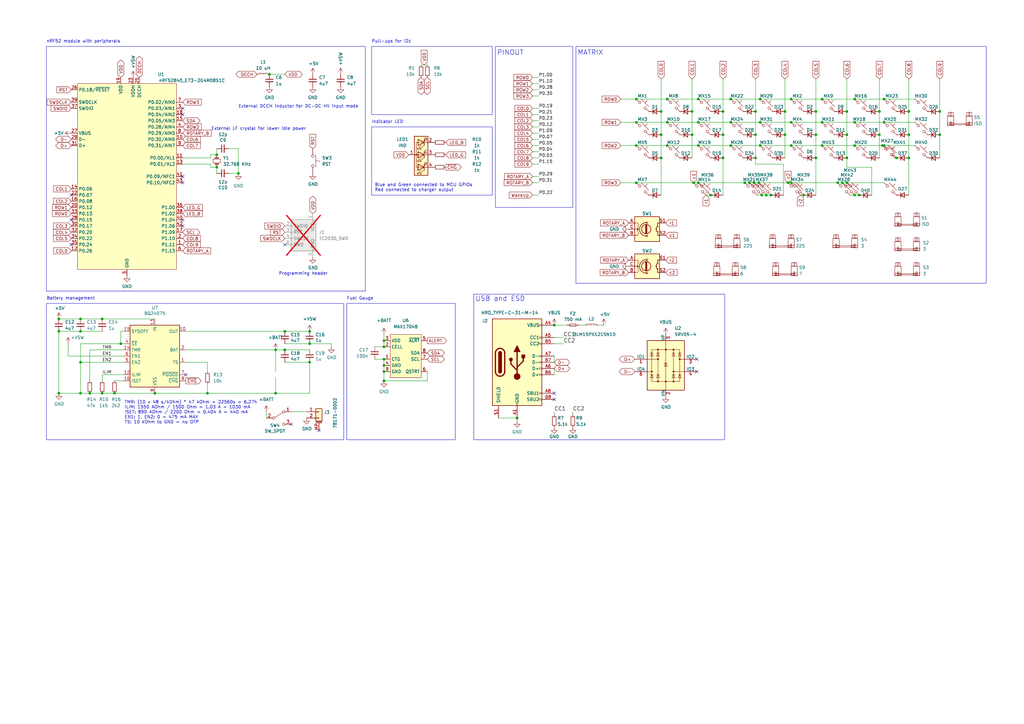
<source format=kicad_sch>
(kicad_sch (version 20231120) (generator "eeschema") (generator_version "8.0")
  (paper "A3")
  (junction (at 127 135.89))
  (junction (at 334.645 64.77))
  (junction (at 350.52 50.165))
  (junction (at 260.985 74.93))
  (junction (at 41.91 161.29) (diameter 0.9144))
  (junction (at 113.03 143.51))
  (junction (at 307.34 74.93))
  (junction (at 311.785 59.69))
  (junction (at 372.745 45.72))
  (junction (at 312.42 80.01))
  (junction (at 157.48 142.24))
  (junction (at 362.585 50.165))
  (junction (at 157.48 147.32))
  (junction (at 97.79 71.12))
  (junction (at 157.48 152.4))
  (junction (at 127 148.59) (diameter 0.9144))
  (junction (at 286.385 59.69))
  (junction (at 324.485 74.93))
  (junction (at 63.5 161.29) (diameter 0.9144))
  (junction (at 329.565 80.01))
  (junction (at 347.345 74.93))
  (junction (at 157.48 139.7))
  (junction (at 334.645 45.72))
  (junction (at 385.445 55.245))
  (junction (at 33.02 161.29) (diameter 0.9144))
  (junction (at 350.52 40.64))
  (junction (at 323.215 74.93))
  (junction (at 347.345 64.77))
  (junction (at 347.345 55.245))
  (junction (at 299.72 50.165))
  (junction (at 324.485 50.165))
  (junction (at 260.985 40.64))
  (junction (at 116.84 143.51) (diameter 0.9144))
  (junction (at 362.585 59.69))
  (junction (at 284.48 74.93))
  (junction (at 273.685 59.69))
  (junction (at 271.145 64.77))
  (junction (at 352.425 80.01))
  (junction (at 271.145 45.72))
  (junction (at 311.785 50.165))
  (junction (at 33.02 130.81))
  (junction (at 311.15 74.93))
  (junction (at 33.02 148.59) (diameter 0.9144))
  (junction (at 127 140.97) (diameter 0.9144))
  (junction (at 321.945 45.72))
  (junction (at 116.84 135.89) (diameter 0.9144))
  (junction (at 324.485 59.69))
  (junction (at 337.185 59.69))
  (junction (at 337.185 50.165))
  (junction (at 41.91 130.81))
  (junction (at 316.23 80.01))
  (junction (at 309.88 55.245))
  (junction (at 88.9 63.5))
  (junction (at 309.88 45.72))
  (junction (at 372.745 55.245))
  (junction (at 296.545 64.77))
  (junction (at 362.585 40.64))
  (junction (at 271.145 55.245))
  (junction (at 46.99 161.29) (diameter 0.9144))
  (junction (at 334.645 55.245))
  (junction (at 314.325 80.01))
  (junction (at 157.48 149.86))
  (junction (at 347.345 45.72))
  (junction (at 85.09 161.29))
  (junction (at 311.785 40.64))
  (junction (at 385.445 45.72))
  (junction (at 286.385 40.64))
  (junction (at 36.83 161.29) (diameter 0.9144))
  (junction (at 299.72 40.64))
  (junction (at 110.49 30.48))
  (junction (at 299.72 59.69))
  (junction (at 296.545 55.245))
  (junction (at 260.985 59.69))
  (junction (at 305.435 74.93))
  (junction (at 321.945 55.245))
  (junction (at 227.33 133.35))
  (junction (at 273.685 40.64))
  (junction (at 24.13 130.81))
  (junction (at 367.665 64.77))
  (junction (at 286.385 50.165))
  (junction (at 286.385 74.93))
  (junction (at 33.02 135.89))
  (junction (at 350.52 80.01))
  (junction (at 212.09 171.45))
  (junction (at 309.88 64.77))
  (junction (at 361.95 59.69))
  (junction (at 360.68 45.72))
  (junction (at 350.52 59.69))
  (junction (at 360.68 55.245))
  (junction (at 157.48 156.21))
  (junction (at 345.44 74.93))
  (junction (at 24.13 135.89))
  (junction (at 324.485 40.64))
  (junction (at 337.185 40.64))
  (junction (at 49.53 140.97))
  (junction (at 273.685 50.165))
  (junction (at 24.13 161.29) (diameter 0.9144))
  (junction (at 309.245 74.93))
  (junction (at 260.985 50.165))
  (junction (at 343.535 74.93))
  (junction (at 296.545 45.72))
  (junction (at 283.845 45.72))
  (junction (at 283.845 55.245))
  (junction (at 291.465 80.01))
  (junction (at 88.9 68.58))
  (junction (at 113.03 161.29))
  (junction (at 372.745 64.77))
  (no_connect (at 116.84 100.33))
  (no_connect (at 29.21 80.01))
  (no_connect (at 29.21 100.33))
  (no_connect (at 74.93 74.93))
  (no_connect (at 29.21 90.17))
  (no_connect (at 74.93 46.99))
  (no_connect (at 285.75 147.32))
  (no_connect (at 119.38 173.99))
  (no_connect (at 76.2 153.67))
  (no_connect (at 74.93 92.71))
  (no_connect (at 74.93 72.39))
  (no_connect (at 130.81 176.53))
  (no_connect (at 74.93 44.45))
  (no_connect (at 227.33 161.29))
  (no_connect (at 74.93 90.17))
  (no_connect (at 285.75 152.4))
  (no_connect (at 227.33 163.83))
  (wire (pts (xy 362.585 50.165) (xy 375.285 50.165)))
  (wire (pts (xy 46.99 156.21) (xy 50.8 156.21)))
  (wire (pts (xy 76.2 135.89) (xy 116.84 135.89)))
  (wire (pts (xy 314.325 80.01) (xy 316.23 80.01)))
  (wire (pts (xy 218.44 46.99) (xy 220.98 46.99)))
  (wire (pts (xy 367.03 64.77) (xy 367.665 64.77)))
  (wire (pts (xy 348.615 80.01) (xy 350.52 80.01)))
  (wire (pts (xy 299.72 40.64) (xy 311.785 40.64)))
  (wire (pts (xy 85.09 157.48) (xy 85.09 161.29)))
  (wire (pts (xy 311.785 40.64) (xy 324.485 40.64)))
  (wire (pts (xy 372.745 64.77) (xy 372.745 80.01)))
  (wire (pts (xy 273.685 40.64) (xy 286.385 40.64)))
  (wire (pts (xy 33.02 130.81) (xy 41.91 130.81)))
  (wire (pts (xy 385.445 45.72) (xy 385.445 55.245)))
  (wire (pts (xy 33.02 148.59) (xy 50.8 148.59)))
  (wire (pts (xy 24.13 130.81) (xy 33.02 130.81)))
  (wire (pts (xy 254.635 40.64) (xy 260.985 40.64)))
  (wire (pts (xy 245.11 133.35) (xy 247.65 133.35)))
  (wire (pts (xy 24.13 135.89) (xy 33.02 135.89)))
  (wire (pts (xy 334.645 32.385) (xy 334.645 45.72)))
  (wire (pts (xy 343.535 74.93) (xy 345.44 74.93)))
  (wire (pts (xy 309.88 45.72) (xy 309.88 55.245)))
  (wire (pts (xy 86.36 67.31) (xy 86.36 68.58)))
  (wire (pts (xy 347.345 68.58) (xy 357.505 68.58)))
  (wire (pts (xy 153.67 147.32) (xy 157.48 147.32)))
  (wire (pts (xy 88.9 60.96) (xy 88.9 63.5)))
  (wire (pts (xy 260.985 50.165) (xy 273.685 50.165)))
  (wire (pts (xy 347.345 64.77) (xy 347.345 68.58)))
  (wire (pts (xy 350.52 80.01) (xy 352.425 80.01)))
  (wire (pts (xy 41.91 153.67) (xy 50.8 153.67)))
  (wire (pts (xy 24.13 161.29) (xy 24.13 135.89)))
  (wire (pts (xy 305.435 74.93) (xy 307.34 74.93)))
  (wire (pts (xy 372.745 32.385) (xy 372.745 45.72)))
  (wire (pts (xy 227.33 133.35) (xy 232.41 133.35)))
  (wire (pts (xy 337.185 40.64) (xy 350.52 40.64)))
  (wire (pts (xy 271.145 32.385) (xy 271.145 45.72)))
  (wire (pts (xy 36.83 143.51) (xy 36.83 156.21)))
  (wire (pts (xy 227.33 168.91) (xy 227.33 170.18)))
  (wire (pts (xy 27.94 146.05) (xy 50.8 146.05)))
  (wire (pts (xy 74.93 64.77) (xy 86.36 64.77)))
  (wire (pts (xy 271.145 64.77) (xy 271.145 80.01)))
  (wire (pts (xy 36.83 161.29) (xy 41.91 161.29)))
  (wire (pts (xy 116.84 140.97) (xy 127 140.97)))
  (wire (pts (xy 33.02 161.29) (xy 36.83 161.29)))
  (wire (pts (xy 360.68 45.72) (xy 360.68 55.245)))
  (wire (pts (xy 218.44 34.29) (xy 220.98 34.29)))
  (wire (pts (xy 360.68 55.245) (xy 360.68 64.77)))
  (wire (pts (xy 113.03 154.94) (xy 113.03 161.29)))
  (wire (pts (xy 299.72 59.69) (xy 311.785 59.69)))
  (wire (pts (xy 328.295 80.01) (xy 329.565 80.01)))
  (wire (pts (xy 307.34 74.93) (xy 309.245 74.93)))
  (wire (pts (xy 347.345 32.385) (xy 347.345 45.72)))
  (wire (pts (xy 283.845 32.385) (xy 283.845 45.72)))
  (wire (pts (xy 286.385 50.165) (xy 299.72 50.165)))
  (wire (pts (xy 321.31 67.31) (xy 321.31 80.01)))
  (wire (pts (xy 324.485 50.165) (xy 337.185 50.165)))
  (wire (pts (xy 227.33 151.13) (xy 227.33 153.67)))
  (wire (pts (xy 157.48 139.7) (xy 157.48 142.24)))
  (wire (pts (xy 323.215 74.93) (xy 324.485 74.93)))
  (wire (pts (xy 283.845 55.245) (xy 283.845 64.77)))
  (wire (pts (xy 337.185 59.69) (xy 350.52 59.69)))
  (wire (pts (xy 312.42 80.01) (xy 314.325 80.01)))
  (wire (pts (xy 296.545 55.245) (xy 296.545 64.77)))
  (wire (pts (xy 74.93 67.31) (xy 86.36 67.31)))
  (wire (pts (xy 254.635 50.165) (xy 260.985 50.165)))
  (wire (pts (xy 362.585 59.69) (xy 375.285 59.69)))
  (wire (pts (xy 350.52 40.64) (xy 362.585 40.64)))
  (wire (pts (xy 218.44 31.75) (xy 220.98 31.75)))
  (wire (pts (xy 286.385 40.64) (xy 299.72 40.64)))
  (wire (pts (xy 311.785 59.69) (xy 324.485 59.69)))
  (wire (pts (xy 286.385 59.69) (xy 299.72 59.69)))
  (wire (pts (xy 218.44 36.83) (xy 220.98 36.83)))
  (wire (pts (xy 218.44 64.77) (xy 220.98 64.77)))
  (wire (pts (xy 309.88 64.77) (xy 309.88 67.31)))
  (wire (pts (xy 362.585 40.64) (xy 375.285 40.64)))
  (wire (pts (xy 385.445 55.245) (xy 385.445 64.77)))
  (wire (pts (xy 157.48 152.4) (xy 157.48 156.21)))
  (wire (pts (xy 350.52 59.69) (xy 361.95 59.69)))
  (wire (pts (xy 76.2 143.51) (xy 113.03 143.51)))
  (wire (pts (xy 97.79 60.96) (xy 97.79 71.12)))
  (wire (pts (xy 218.44 57.15) (xy 220.98 57.15)))
  (wire (pts (xy 93.98 60.96) (xy 97.79 60.96)))
  (wire (pts (xy 334.645 45.72) (xy 334.645 55.245)))
  (wire (pts (xy 321.945 55.245) (xy 321.945 64.77)))
  (wire (pts (xy 49.53 140.97) (xy 50.8 140.97)))
  (wire (pts (xy 283.845 45.72) (xy 283.845 55.245)))
  (wire (pts (xy 311.15 74.93) (xy 323.215 74.93)))
  (wire (pts (xy 109.22 168.91) (xy 109.22 171.45)))
  (wire (pts (xy 135.89 142.24) (xy 135.89 140.97)))
  (wire (pts (xy 157.48 149.86) (xy 157.48 152.4)))
  (wire (pts (xy 175.26 156.21) (xy 157.48 156.21)))
  (wire (pts (xy 310.515 80.01) (xy 312.42 80.01)))
  (wire (pts (xy 46.99 161.29) (xy 63.5 161.29)))
  (wire (pts (xy 345.44 74.93) (xy 347.345 74.93)))
  (wire (pts (xy 227.33 146.05) (xy 227.33 148.59)))
  (wire (pts (xy 36.83 143.51) (xy 50.8 143.51)))
  (wire (pts (xy 254.635 74.93) (xy 260.985 74.93)))
  (wire (pts (xy 360.68 32.385) (xy 360.68 45.72)))
  (wire (pts (xy 334.645 55.245) (xy 334.645 64.77)))
  (wire (pts (xy 227.33 140.97) (xy 231.14 140.97)))
  (wire (pts (xy 227.33 138.43) (xy 231.14 138.43)))
  (wire (pts (xy 49.53 135.89) (xy 49.53 140.97)))
  (wire (pts (xy 311.785 50.165) (xy 324.485 50.165)))
  (wire (pts (xy 218.44 62.23) (xy 220.98 62.23)))
  (wire (pts (xy 50.8 135.89) (xy 49.53 135.89)))
  (wire (pts (xy 218.44 72.39) (xy 220.98 72.39)))
  (wire (pts (xy 254.635 59.69) (xy 260.985 59.69)))
  (wire (pts (xy 385.445 32.385) (xy 385.445 45.72)))
  (wire (pts (xy 116.84 148.59) (xy 127 148.59)))
  (wire (pts (xy 212.09 171.45) (xy 212.09 172.72)))
  (wire (pts (xy 218.44 39.37) (xy 220.98 39.37)))
  (wire (pts (xy 33.02 140.97) (xy 49.53 140.97)))
  (wire (pts (xy 88.9 68.58) (xy 88.9 71.12)))
  (wire (pts (xy 116.84 143.51) (xy 127 143.51)))
  (wire (pts (xy 41.91 161.29) (xy 46.99 161.29)))
  (wire (pts (xy 286.385 74.93) (xy 305.435 74.93)))
  (wire (pts (xy 218.44 80.01) (xy 220.98 80.01)))
  (wire (pts (xy 172.72 26.67) (xy 175.26 26.67)))
  (wire (pts (xy 127 161.29) (xy 127 148.59)))
  (wire (pts (xy 218.44 49.53) (xy 220.98 49.53)))
  (wire (pts (xy 153.67 142.24) (xy 157.48 142.24)))
  (wire (pts (xy 289.56 80.01) (xy 291.465 80.01)))
  (wire (pts (xy 260.985 40.64) (xy 273.685 40.64)))
  (wire (pts (xy 85.09 161.29) (xy 113.03 161.29)))
  (wire (pts (xy 260.985 59.69) (xy 273.685 59.69)))
  (wire (pts (xy 273.685 59.69) (xy 286.385 59.69)))
  (wire (pts (xy 113.03 143.51) (xy 113.03 152.4)))
  (wire (pts (xy 271.145 55.245) (xy 271.145 64.77)))
  (wire (pts (xy 299.72 50.165) (xy 311.785 50.165)))
  (wire (pts (xy 175.26 152.4) (xy 175.26 156.21)))
  (wire (pts (xy 113.03 161.29) (xy 127 161.29)))
  (wire (pts (xy 273.685 50.165) (xy 286.385 50.165)))
  (wire (pts (xy 347.345 55.245) (xy 347.345 64.77)))
  (wire (pts (xy 33.02 140.97) (xy 33.02 148.59)))
  (wire (pts (xy 157.48 147.32) (xy 157.48 149.86)))
  (wire (pts (xy 218.44 54.61) (xy 220.98 54.61)))
  (wire (pts (xy 86.36 64.77) (xy 86.36 63.5)))
  (wire (pts (xy 76.2 148.59) (xy 85.09 148.59)))
  (wire (pts (xy 86.36 63.5) (xy 88.9 63.5)))
  (wire (pts (xy 218.44 74.93) (xy 220.98 74.93)))
  (wire (pts (xy 204.47 171.45) (xy 212.09 171.45)))
  (wire (pts (xy 321.945 45.72) (xy 321.945 55.245)))
  (wire (pts (xy 237.49 133.35) (xy 240.03 133.35)))
  (wire (pts (xy 324.485 74.93) (xy 343.535 74.93)))
  (wire (pts (xy 357.505 68.58) (xy 357.505 80.01)))
  (wire (pts (xy 41.91 130.81) (xy 63.5 130.81)))
  (wire (pts (xy 334.645 64.77) (xy 334.645 80.01)))
  (wire (pts (xy 337.185 50.165) (xy 350.52 50.165)))
  (wire (pts (xy 309.245 74.93) (xy 311.15 74.93)))
  (wire (pts (xy 218.44 59.69) (xy 220.98 59.69)))
  (wire (pts (xy 41.91 153.67) (xy 41.91 156.21)))
  (wire (pts (xy 93.98 71.12) (xy 97.79 71.12)))
  (wire (pts (xy 234.95 168.91) (xy 234.95 170.18)))
  (wire (pts (xy 296.545 64.77) (xy 296.545 80.01)))
  (wire (pts (xy 119.38 168.91) (xy 125.73 168.91)))
  (wire (pts (xy 324.485 40.64) (xy 337.185 40.64)))
  (wire (pts (xy 33.02 148.59) (xy 33.02 161.29)))
  (wire (pts (xy 309.88 32.385) (xy 309.88 45.72)))
  (wire (pts (xy 350.52 50.165) (xy 362.585 50.165)))
  (wire (pts (xy 271.145 45.72) (xy 271.145 55.245)))
  (wire (pts (xy 321.945 32.385) (xy 321.945 45.72)))
  (wire (pts (xy 309.88 55.245) (xy 309.88 64.77)))
  (wire (pts (xy 296.545 45.72) (xy 296.545 55.245)))
  (wire (pts (xy 218.44 44.45) (xy 220.98 44.45)))
  (wire (pts (xy 85.09 152.4) (xy 85.09 148.59)))
  (wire (pts (xy 135.89 140.97) (xy 127 140.97)))
  (wire (pts (xy 24.13 161.29) (xy 33.02 161.29)))
  (wire (pts (xy 347.345 74.93) (xy 362.585 74.93)))
  (wire (pts (xy 33.02 135.89) (xy 41.91 135.89)))
  (wire (pts (xy 324.485 59.69) (xy 337.185 59.69)))
  (wire (pts (xy 372.745 55.245) (xy 372.745 64.77)))
  (wire (pts (xy 110.49 30.48) (xy 116.84 30.48)))
  (wire (pts (xy 309.88 67.31) (xy 321.31 67.31)))
  (wire (pts (xy 260.985 74.93) (xy 284.48 74.93)))
  (wire (pts (xy 347.345 45.72) (xy 347.345 55.245)))
  (wire (pts (xy 86.36 68.58) (xy 88.9 68.58)))
  (wire (pts (xy 296.545 32.385) (xy 296.545 45.72)))
  (wire (pts (xy 27.94 146.05) (xy 27.94 140.97)))
  (wire (pts (xy 113.03 143.51) (xy 116.84 143.51)))
  (wire (pts (xy 63.5 161.29) (xy 85.09 161.29)))
  (wire (pts (xy 372.745 45.72) (xy 372.745 55.245)))
  (wire (pts (xy 116.84 135.89) (xy 127 135.89)))
  (wire (pts (xy 157.48 137.16) (xy 157.48 139.7)))
  (wire (pts (xy 218.44 52.07) (xy 220.98 52.07)))
  (wire (pts (xy 284.48 74.93) (xy 286.385 74.93)))
  (wire (pts (xy 218.44 67.31) (xy 220.98 67.31)))
  (wire (pts (xy 361.95 59.69) (xy 362.585 59.69)))
  (rectangle (start 203.2 19.05) (end 234.95 85.09))
  (rectangle (start 236.22 19.05) (end 404.495 116.205))
  (rectangle (start 19.05 124.46) (end 140.97 180.34))
  (rectangle (start 152.4 19.05) (end 201.93 46.99))
  (rectangle (start 19.05 19.05) (end 149.86 119.38))
  (rectangle (start 142.24 124.46) (end 186.69 180.34))
  (rectangle (start 194.31 120.65) (end 297.18 180.34))
  (rectangle (start 152.4 52.07) (end 201.93 80.01))
  (text "Programming header" (at 114.3 113.03 0) (effects (font (size 1.27 1.27)) (justify left bottom)))
  (text "Pull-ups for i2c" (at 152.4 17.78 0) (effects (font (size 1.27 1.27)) (justify left bottom)))
  (text "Indicator LED" (at 152.4 50.8 0) (effects (font (size 1.27 1.27)) (justify left bottom)))
  (text "Blue and Green connected to MCU GPIOs\nRed connected to charger output" (at 153.67 78.74 0) (effects (font (size 1.27 1.27)) (justify left bottom)))
  (text "nRF52 module with peripherals" (at 19.05 17.78 0) (effects (font (size 1.27 1.27)) (justify left bottom)))
  (text "TMR: (10 x 48 s/kOhm) * 47 kOhm = 22560s = 6.27h\nILIM: 1550 AOhm / 1500 Ohm = 1.03 A = 1030 mA\nISET: 890 AOhm / 2200 Ohm = 0.404 A = 440 mA\nEN1: 1, EN2: 0 = 475 mA MAX\nTS: 10 kOhm to GND = no OTP" (at 51.054 173.99 0) (effects (font (size 1.27 1.27)) (justify left bottom)))
  (text "Battery management" (at 19.05 123.19 0) (effects (font (size 1.27 1.27)) (justify left bottom)))
  (text "PINOUT" (at 203.835 22.86 0) (effects (font (size 2 2)) (justify left bottom)))
  (text "MATRIX" (at 236.855 22.86 0) (effects (font (size 2 2)) (justify left bottom)))
  (text "External LF crystal for lower idle power" (at 86.614 53.594 0) (effects (font (size 1.27 1.27)) (justify left bottom)))
  (text "External DCCH inductor for DC-DC HV input mode" (at 97.79 44.45 0) (effects (font (size 1.27 1.27)) (justify left bottom)))
  (text "USB and ESD" (at 194.945 123.825 0) (effects (font (size 2 2)) (justify left bottom)))
  (text "Fuel Gauge" (at 142.24 123.19 0) (effects (font (size 1.27 1.27)) (justify left bottom)))
  (label "P0.19" (at 220.98 44.45 0))
  (label "EN1" (at 41.91 146.05 0))
  (label "P0.23" (at 220.98 49.53 0))
  (label "CC2" (at 231.14 140.97 0) (effects (font (size 1.5494 1.5494))))
  (label "CC2" (at 234.95 168.91 0) (effects (font (size 1.5494 1.5494))))
  (label "ILIM" (at 41.91 153.67 0))
  (label "P0.07" (at 220.98 57.15 0))
  (label "TMR" (at 41.91 143.51 0))
  (label "P0.28" (at 220.98 36.83 0))
  (label "P0.31" (at 220.98 74.93 0))
  (label "P1.00" (at 220.98 31.75 0))
  (label "P0.04" (at 220.98 62.23 0))
  (label "CC1" (at 227.33 168.91 0) (effects (font (size 1.5494 1.5494))))
  (label "P0.30" (at 220.98 39.37 0))
  (label "CC1" (at 231.14 138.43 0) (effects (font (size 1.5494 1.5494))))
  (label "P0.21" (at 220.98 46.99 0))
  (label "P1.15" (at 220.98 67.31 0))
  (label "P1.09" (at 220.98 54.61 0))
  (label "P0.05" (at 220.98 59.69 0))
  (label "EN2" (at 41.91 148.59 0))
  (label "P1.10" (at 220.98 34.29 0))
  (label "P0.12" (at 220.98 52.07 0))
  (label "P0.03" (at 220.98 64.77 0))
  (label "P0.29" (at 220.98 72.39 0))
  (label "P0.22" (at 220.98 80.01 0))
  (global_label "VDD" (shape bidirectional) (at 49.53 31.75 90) (property "Intersheetrefs" "${INTERSHEET_REFS}" (effects (hide yes))))
  (global_label "LED_G" (shape input) (at 182.88 63.5 0) (property "Intersheetrefs" "${INTERSHEET_REFS}" (effects (hide yes))))
  (global_label "DCCH" (shape bidirectional) (at 57.15 31.75 90) (property "Intersheetrefs" "${INTERSHEET_REFS}" (effects (hide yes))))
  (global_label "ROW3" (shape input) (at 254.635 74.93 180) (property "Intersheetrefs" "${INTERSHEET_REFS}" (effects (hide yes))))
  (global_label "ROTARY_B" (shape input) (at 257.81 96.52 180) (property "Intersheetrefs" "${INTERSHEET_REFS}" (effects (hide yes))))
  (global_label "COL6" (shape input) (at 74.93 57.15 0) (property "Intersheetrefs" "${INTERSHEET_REFS}" (effects (hide yes))))
  (global_label "~{CHG}" (shape output) (at 76.2 156.21 0) (property "Intersheetrefs" "${INTERSHEET_REFS}" (effects (hide yes))))
  (global_label "ROTARY_B" (shape input) (at 218.44 74.93 180) (property "Intersheetrefs" "${INTERSHEET_REFS}" (effects (hide yes))))
  (global_label "COL1" (shape input) (at 29.21 77.47 180) (property "Intersheetrefs" "${INTERSHEET_REFS}" (effects (hide yes))))
  (global_label "ROW1" (shape input) (at 29.21 85.09 180) (property "Intersheetrefs" "${INTERSHEET_REFS}" (effects (hide yes))))
  (global_label "LED_G" (shape input) (at 74.93 85.09 0) (property "Intersheetrefs" "${INTERSHEET_REFS}" (effects (hide yes))))
  (global_label "r1" (shape input) (at 273.05 91.44 0) (property "Intersheetrefs" "${INTERSHEET_REFS}" (effects (hide yes))))
  (global_label "ROW3" (shape input) (at 218.44 39.37 180) (property "Intersheetrefs" "${INTERSHEET_REFS}" (effects (hide yes))))
  (global_label "VDD" (shape bidirectional) (at 128.27 87.63 90) (property "Intersheetrefs" "${INTERSHEET_REFS}" (effects (hide yes))))
  (global_label "VDD" (shape bidirectional) (at 116.84 30.48 0) (property "Intersheetrefs" "${INTERSHEET_REFS}" (effects (hide yes))))
  (global_label "SDA" (shape bidirectional) (at 172.72 31.75 270) (property "Intersheetrefs" "${INTERSHEET_REFS}" (effects (hide yes))))
  (global_label "c2" (shape input) (at 273.05 111.76 0) (property "Intersheetrefs" "${INTERSHEET_REFS}" (effects (hide yes))))
  (global_label "r2" (shape input) (at 328.295 80.01 270) (property "Intersheetrefs" "${INTERSHEET_REFS}" (effects (hide yes))))
  (global_label "D-" (shape bidirectional) (at 29.21 57.15 180) (property "Intersheetrefs" "${INTERSHEET_REFS}" (effects (hide yes))))
  (global_label "VDD" (shape input) (at 167.64 63.5 180) (property "Intersheetrefs" "${INTERSHEET_REFS}" (effects (hide yes))))
  (global_label "SCL" (shape bidirectional) (at 74.93 95.25 0) (property "Intersheetrefs" "${INTERSHEET_REFS}" (effects (hide yes))))
  (global_label "COL2" (shape input) (at 29.21 82.55 180) (property "Intersheetrefs" "${INTERSHEET_REFS}" (effects (hide yes))))
  (global_label "COL1" (shape input) (at 218.44 46.99 180) (property "Intersheetrefs" "${INTERSHEET_REFS}" (effects (hide yes))))
  (global_label "SCL" (shape bidirectional) (at 175.26 31.75 270) (property "Intersheetrefs" "${INTERSHEET_REFS}" (effects (hide yes))))
  (global_label "COL5" (shape input) (at 218.44 57.15 180) (property "Intersheetrefs" "${INTERSHEET_REFS}" (effects (hide yes))))
  (global_label "D+" (shape bidirectional) (at 260.35 147.32 180) (property "Intersheetrefs" "${INTERSHEET_REFS}" (effects (hide yes))))
  (global_label "D-" (shape bidirectional) (at 227.33 148.59 0) (property "Intersheetrefs" "${INTERSHEET_REFS}" (effects (hide yes))))
  (global_label "c1" (shape input) (at 273.05 96.52 0) (property "Intersheetrefs" "${INTERSHEET_REFS}" (effects (hide yes))))
  (global_label "r1" (shape input) (at 289.56 80.01 270) (property "Intersheetrefs" "${INTERSHEET_REFS}" (effects (hide yes))))
  (global_label "ROW2" (shape input) (at 74.93 52.07 0) (property "Intersheetrefs" "${INTERSHEET_REFS}" (effects (hide yes))))
  (global_label "D+" (shape bidirectional) (at 29.21 59.69 180) (property "Intersheetrefs" "${INTERSHEET_REFS}" (effects (hide yes))))
  (global_label "COL9" (shape input) (at 218.44 67.31 180) (property "Intersheetrefs" "${INTERSHEET_REFS}" (effects (hide yes))))
  (global_label "VDD" (shape input) (at 173.99 26.67 90) (property "Intersheetrefs" "${INTERSHEET_REFS}" (effects (hide yes))))
  (global_label "SWDIO" (shape input) (at 116.84 92.71 180) (property "Intersheetrefs" "${INTERSHEET_REFS}" (effects (hide yes))))
  (global_label "ROTARY_A" (shape input) (at 257.81 106.68 180) (property "Intersheetrefs" "${INTERSHEET_REFS}" (effects (hide yes))))
  (global_label "COL0" (shape input) (at 271.145 32.385 90) (property "Intersheetrefs" "${INTERSHEET_REFS}" (effects (hide yes))))
  (global_label "SDA" (shape bidirectional) (at 175.26 144.78 0) (property "Intersheetrefs" "${INTERSHEET_REFS}" (effects (hide yes))))
  (global_label "LED_B" (shape input) (at 182.88 58.42 0) (property "Intersheetrefs" "${INTERSHEET_REFS}" (effects (hide yes))))
  (global_label "COL2" (shape input) (at 296.545 32.385 90) (property "Intersheetrefs" "${INTERSHEET_REFS}" (effects (hide yes))))
  (global_label "SWDCLK" (shape input) (at 116.84 97.79 180) (property "Intersheetrefs" "${INTERSHEET_REFS}" (effects (hide yes))))
  (global_label "COL9" (shape input) (at 74.93 100.33 0) (property "Intersheetrefs" "${INTERSHEET_REFS}" (effects (hide yes))))
  (global_label "ROTARY_A" (shape input) (at 218.44 72.39 180) (property "Intersheetrefs" "${INTERSHEET_REFS}" (effects (hide yes))))
  (global_label "ROW1" (shape input) (at 254.635 50.165 180) (property "Intersheetrefs" "${INTERSHEET_REFS}" (effects (hide yes))))
  (global_label "SWDCLK" (shape input) (at 29.21 41.91 180) (property "Intersheetrefs" "${INTERSHEET_REFS}" (effects (hide yes))))
  (global_label "RST" (shape input) (at 116.84 95.25 180) (property "Intersheetrefs" "${INTERSHEET_REFS}" (effects (hide yes))))
  (global_label "COL8" (shape input) (at 218.44 64.77 180) (property "Intersheetrefs" "${INTERSHEET_REFS}" (effects (hide yes))))
  (global_label "ROTARY_B" (shape input) (at 257.81 111.76 180) (property "Intersheetrefs" "${INTERSHEET_REFS}" (effects (hide yes))))
  (global_label "ROW2" (shape input) (at 254.635 59.69 180) (property "Intersheetrefs" "${INTERSHEET_REFS}" (effects (hide yes))))
  (global_label "COL7" (shape input) (at 218.44 62.23 180) (property "Intersheetrefs" "${INTERSHEET_REFS}" (effects (hide yes))))
  (global_label "ROW0" (shape input) (at 254.635 40.64 180) (property "Intersheetrefs" "${INTERSHEET_REFS}" (effects (hide yes))))
  (global_label "ROTARY_A" (shape input) (at 257.81 91.44 180) (property "Intersheetrefs" "${INTERSHEET_REFS}" (effects (hide yes))))
  (global_label "COL5" (shape input) (at 334.645 32.385 90) (property "Intersheetrefs" "${INTERSHEET_REFS}" (effects (hide yes))))
  (global_label "COL7" (shape input) (at 360.68 32.385 90) (property "Intersheetrefs" "${INTERSHEET_REFS}" (effects (hide yes))))
  (global_label "c1" (shape input) (at 284.48 74.93 90) (property "Intersheetrefs" "${INTERSHEET_REFS}" (effects (hide yes))))
  (global_label "ROW3" (shape input) (at 74.93 41.91 0) (property "Intersheetrefs" "${INTERSHEET_REFS}" (effects (hide yes))))
  (global_label "ROW2" (shape input) (at 218.44 36.83 180) (property "Intersheetrefs" "${INTERSHEET_REFS}" (effects (hide yes))))
  (global_label "RST" (shape input) (at 128.27 60.96 90) (property "Intersheetrefs" "${INTERSHEET_REFS}" (effects (hide yes))))
  (global_label "ROW0" (shape input) (at 218.44 31.75 180) (property "Intersheetrefs" "${INTERSHEET_REFS}" (effects (hide yes))))
  (global_label "COL6" (shape input) (at 218.44 59.69 180) (property "Intersheetrefs" "${INTERSHEET_REFS}" (effects (hide yes))))
  (global_label "COL9" (shape input) (at 385.445 32.385 90) (property "Intersheetrefs" "${INTERSHEET_REFS}" (effects (hide yes))))
  (global_label "~{CHG}" (shape output) (at 182.88 68.58 0) (property "Intersheetrefs" "${INTERSHEET_REFS}" (effects (hide yes))))
  (global_label "COL8" (shape input) (at 74.93 97.79 0) (property "Intersheetrefs" "${INTERSHEET_REFS}" (effects (hide yes))))
  (global_label "ROTARY_A" (shape input) (at 74.93 102.87 0) (property "Intersheetrefs" "${INTERSHEET_REFS}" (effects (hide yes))))
  (global_label "ROTARY_B" (shape input) (at 74.93 54.61 0) (property "Intersheetrefs" "${INTERSHEET_REFS}" (effects (hide yes))))
  (global_label "LED_B" (shape input) (at 74.93 87.63 0) (property "Intersheetrefs" "${INTERSHEET_REFS}" (effects (hide yes))))
  (global_label "ALERT" (shape output) (at 175.26 139.7 0) (property "Intersheetrefs" "${INTERSHEET_REFS}" (effects (hide yes))))
  (global_label "COL6" (shape input) (at 347.345 32.385 90) (property "Intersheetrefs" "${INTERSHEET_REFS}" (effects (hide yes))))
  (global_label "DCCH" (shape bidirectional) (at 105.41 30.48 180) (property "Intersheetrefs" "${INTERSHEET_REFS}" (effects (hide yes))))
  (global_label "COL3" (shape input) (at 218.44 52.07 180) (property "Intersheetrefs" "${INTERSHEET_REFS}" (effects (hide yes))))
  (global_label "WakeUp" (shape input) (at 218.44 80.01 180) (property "Intersheetrefs" "${INTERSHEET_REFS}" (effects (hide yes))))
  (global_label "COL8" (shape input) (at 372.745 32.385 90) (property "Intersheetrefs" "${INTERSHEET_REFS}" (effects (hide yes))))
  (global_label "COL4" (shape input) (at 218.44 54.61 180) (property "Intersheetrefs" "${INTERSHEET_REFS}" (effects (hide yes))))
  (global_label "ROW1" (shape input) (at 218.44 34.29 180) (property "Intersheetrefs" "${INTERSHEET_REFS}" (effects (hide yes))))
  (global_label "RST" (shape input) (at 29.21 36.83 180) (property "Intersheetrefs" "${INTERSHEET_REFS}" (effects (hide yes))))
  (global_label "COL0" (shape input) (at 29.21 102.87 180) (property "Intersheetrefs" "${INTERSHEET_REFS}" (effects (hide yes))))
  (global_label "r2" (shape input) (at 273.05 106.68 0) (property "Intersheetrefs" "${INTERSHEET_REFS}" (effects (hide yes))))
  (global_label "COL3" (shape input) (at 309.88 32.385 90) (property "Intersheetrefs" "${INTERSHEET_REFS}" (effects (hide yes))))
  (global_label "SCL" (shape bidirectional) (at 175.26 147.32 0) (property "Intersheetrefs" "${INTERSHEET_REFS}" (effects (hide yes))))
  (global_label "ROW0" (shape input) (at 29.21 87.63 180) (property "Intersheetrefs" "${INTERSHEET_REFS}" (effects (hide yes))))
  (global_label "D-" (shape bidirectional) (at 260.35 152.4 180) (property "Intersheetrefs" "${INTERSHEET_REFS}" (effects (hide yes))))
  (global_label "SWDIO" (shape input) (at 29.21 44.45 180) (property "Intersheetrefs" "${INTERSHEET_REFS}" (effects (hide yes))))
  (global_label "COL7" (shape input) (at 74.93 59.69 0) (property "Intersheetrefs" "${INTERSHEET_REFS}" (effects (hide yes))))
  (global_label "COL5" (shape input) (at 29.21 97.79 180) (property "Intersheetrefs" "${INTERSHEET_REFS}" (effects (hide yes))))
  (global_label "COL4" (shape input) (at 29.21 95.25 180) (property "Intersheetrefs" "${INTERSHEET_REFS}" (effects (hide yes))))
  (global_label "COL1" (shape input) (at 283.845 32.385 90) (property "Intersheetrefs" "${INTERSHEET_REFS}" (effects (hide yes))))
  (global_label "COL2" (shape input) (at 218.44 49.53 180) (property "Intersheetrefs" "${INTERSHEET_REFS}" (effects (hide yes))))
  (global_label "COL0" (shape input) (at 218.44 44.45 180) (property "Intersheetrefs" "${INTERSHEET_REFS}" (effects (hide yes))))
  (global_label "D+" (shape bidirectional) (at 227.33 151.13 0) (property "Intersheetrefs" "${INTERSHEET_REFS}" (effects (hide yes))))
  (global_label "c2" (shape input) (at 323.215 74.93 90) (property "Intersheetrefs" "${INTERSHEET_REFS}" (effects (hide yes))))
  (global_label "SDA" (shape bidirectional) (at 74.93 49.53 0) (property "Intersheetrefs" "${INTERSHEET_REFS}" (effects (hide yes))))
  (global_label "COL3" (shape input) (at 29.21 92.71 180) (property "Intersheetrefs" "${INTERSHEET_REFS}" (effects (hide yes))))
  (global_label "COL4" (shape input) (at 321.945 32.385 90) (property "Intersheetrefs" "${INTERSHEET_REFS}" (effects (hide yes))))
  (symbol (lib_id "Device:D_Small") (at 344.805 64.77 0) (unit 1)
    (property "Reference" "D13" (at 344.805 62.865 0))
    (property "Value" "D_Small" (effects (hide yes)))
    (property "Footprint" "Diode_SMD:D_SOD-123F" (effects (hide yes)))
    (property "Sim.Device" "D" (effects (hide yes)))
    (property "Sim.Pins" "1=K 2=A" (effects (hide yes)))
  )
  (symbol (lib_id "power:GND") (at 128.27 35.56 0) (unit 1)
    (property "Reference" "#PWR021" (effects (hide yes)))
    (property "Value" "GND" (at 128.27 40.005 0))
  )
  (symbol (lib_id "PCM_marbastlib-mx:MX_stab") (at 372.11 90.17 0) (unit 1) (in_bom no) (on_board no)
    (property "Reference" "S1" (at 377.825 89.408 0) (effects (justify left)))
    (property "Value" "ISO" (at 377.825 91.948 0) (effects (justify left)))
    (property "Footprint" "PCM_marbastlib-mx:STAB_MX_P_ISO" (effects (hide yes)))
  )
  (symbol (lib_id "power:GND") (at 234.95 175.26 0) (unit 1)
    (property "Reference" "#PWR015" (effects (hide yes)))
    (property "Value" "GND" (at 234.95 179.07 0))
  )
  (symbol (lib_id "Device:R_Small") (at 172.72 29.21 0) (unit 1)
    (property "Reference" "R1" (at 170.18 27.9399 0) (effects (justify right)))
    (property "Value" "10k" (at 170.18 30.4799 0) (effects (justify right)))
    (property "Footprint" "Resistor_SMD:R_0402_1005Metric" (effects (hide yes)))
    (property "LCSC" "C25744" (effects (hide yes)))
  )
  (symbol (lib_id "PCM_marbastlib-mx:MX_SW_solder") (at 288.925 52.705 0) (unit 1)
    (property "Reference" "MX17" (at 288.925 48.895 0))
    (property "Value" "MX_SW_solder" (effects (hide yes)))
    (property "Footprint" "PCM_marbastlib-mx:SW_MX_1u" (effects (hide yes)))
  )
  (symbol (lib_id "power:+BATT") (at 113.03 143.51 0) (unit 1)
    (property "Reference" "#PWR035" (effects (hide yes)))
    (property "Value" "+BATT" (at 113.03 138.43 0))
  )
  (symbol (lib_id "Device:R_Small") (at 85.09 154.94 0) (unit 1)
    (property "Reference" "R13" (at 87.376 153.67 0) (effects (justify left)))
    (property "Value" "10k" (at 87.376 156.21 0) (effects (justify left)))
    (property "Footprint" "Resistor_SMD:R_0402_1005Metric" (effects (hide yes)))
    (property "LCSC" "C25744" (effects (hide yes)))
  )
  (symbol (lib_id "Device:D_Small") (at 332.105 55.245 0) (unit 1)
    (property "Reference" "D4" (at 332.105 53.34 0))
    (property "Value" "D_Small" (effects (hide yes)))
    (property "Footprint" "Diode_SMD:D_SOD-123F" (effects (hide yes)))
    (property "Sim.Device" "D" (effects (hide yes)))
    (property "Sim.Pins" "1=K 2=A" (effects (hide yes)))
  )
  (symbol (lib_id "PCM_marbastlib-mx:MX_SW_solder") (at 365.125 43.18 0) (unit 1)
    (property "Reference" "MX23" (at 365.76 39.37 0))
    (property "Value" "MX_SW_solder" (effects (hide yes)))
    (property "Footprint" "PCM_marbastlib-mx:SW_MX_1u" (effects (hide yes)))
  )
  (symbol (lib_id "Device:D_Small") (at 294.005 55.245 0) (unit 1)
    (property "Reference" "D17" (at 294.005 53.34 0))
    (property "Value" "D_Small" (effects (hide yes)))
    (property "Footprint" "Diode_SMD:D_SOD-123F" (effects (hide yes)))
    (property "Sim.Device" "D" (effects (hide yes)))
    (property "Sim.Pins" "1=K 2=A" (effects (hide yes)))
  )
  (symbol (lib_id "PCM_marbastlib-mx:MX_SW_solder") (at 309.88 77.47 0) (unit 1)
    (property "Reference" "MX35" (at 309.245 71.755 0))
    (property "Value" "MX_SW_solder" (effects (hide yes)))
    (property "Footprint" "PCM_marbastlib-mx:SW_MX_1u" (effects (hide yes)))
  )
  (symbol (lib_id "Device:R_Small") (at 227.33 172.72 0) (unit 1)
    (property "Reference" "R7" (at 228.6 171.4499 0) (effects (justify left)))
    (property "Value" "5.1k" (at 228.6 173.9899 0) (effects (justify left)))
    (property "Footprint" "Resistor_SMD:R_0402_1005Metric" (effects (hide yes)))
  )
  (symbol (lib_id "PCM_marbastlib-various:LED_MHT151RGBCT") (at 172.72 63.5 180) (unit 1)
    (property "Reference" "LED1" (at 165.1 57.15 0))
    (property "Value" "IND" (at 165.1 59.69 0))
    (property "Footprint" "PCM_marbastlib-various:LED_1206R" (effects (hide yes)))
    (property "Datasheet" "https://datasheet.lcsc.com/lcsc/2104121904_MEIHUA-MHT151RGBCT_C409782.pdf" (effects (hide yes)))
    (property "LCSC" "C2802677" (effects (hide yes)))
  )
  (symbol (lib_id "Device:R_Small") (at 46.99 158.75 0) (unit 1)
    (property "Reference" "R16" (at 45.72 163.83 0) (effects (justify left)))
    (property "Value" "2k2" (at 45.72 166.37 0) (effects (justify left)))
    (property "Footprint" "Resistor_SMD:R_0402_1005Metric" (effects (hide yes)))
    (property "LCSC" "C25879" (effects (hide yes)))
  )
  (symbol (lib_id "PCM_marbastlib-mx:MX_SW_solder") (at 287.02 77.47 0) (unit 1)
    (property "Reference" "MX14" (at 288.925 73.66 0))
    (property "Value" "MX_SW_solder" (effects (hide yes)))
    (property "Footprint" "PCM_marbastlib-mx:SW_MX_1u" (effects (hide yes)))
  )
  (symbol (lib_id "PCM_marbastlib-mx:MX_SW_solder") (at 346.075 77.47 0) (unit 1)
    (property "Reference" "MX28" (at 346.075 73.66 0))
    (property "Value" "MX_SW_solder" (effects (hide yes)))
    (property "Footprint" "PCM_marbastlib-mx:SW_MX_1u" (effects (hide yes)))
  )
  (symbol (lib_id "PCM_marbastlib-mx:MX_SW_solder") (at 353.06 52.705 0) (unit 1)
    (property "Reference" "MX18" (at 352.425 48.895 0))
    (property "Value" "MX_SW_solder" (effects (hide yes)))
    (property "Footprint" "PCM_marbastlib-mx:SW_MX_1u" (effects (hide yes)))
  )
  (symbol (lib_id "Device:D_Small") (at 268.605 55.245 0) (unit 1)
    (property "Reference" "D3" (at 268.605 53.34 0))
    (property "Value" "D_Small" (effects (hide yes)))
    (property "Footprint" "Diode_SMD:D_SOD-123F" (effects (hide yes)))
    (property "Sim.Device" "D" (effects (hide yes)))
    (property "Sim.Pins" "1=K 2=A" (effects (hide yes)))
  )
  (symbol (lib_id "PCM_marbastlib-various:TC2030_SWD") (at 123.19 97.79 0) (unit 1) (in_bom no) (dnp yes)
    (property "Reference" "J1" (at 130.81 95.25 0) (effects (justify left)))
    (property "Value" "TC2030_SWD" (at 130.81 97.79 0) (effects (justify left)))
    (property "Footprint" "PCM_marbastlib-various:CON_TC2030_outlined" (effects (hide yes)))
    (property "Datasheet" " ~" (effects (hide yes)))
  )
  (symbol (lib_id "Device:D_Small") (at 307.34 55.245 0) (unit 1)
    (property "Reference" "D28" (at 307.34 53.34 0))
    (property "Value" "D_Small" (effects (hide yes)))
    (property "Footprint" "Diode_SMD:D_SOD-123F" (effects (hide yes)))
    (property "Sim.Device" "D" (effects (hide yes)))
    (property "Sim.Pins" "1=K 2=A" (effects (hide yes)))
  )
  (symbol (lib_id "Device:D_Small") (at 382.905 45.72 0) (unit 1)
    (property "Reference" "D26" (at 382.905 43.815 0))
    (property "Value" "D_Small" (effects (hide yes)))
    (property "Footprint" "Diode_SMD:D_SOD-123F" (effects (hide yes)))
    (property "Sim.Device" "D" (effects (hide yes)))
    (property "Sim.Pins" "1=K 2=A" (effects (hide yes)))
  )
  (symbol (lib_id "power:GND") (at 52.07 113.03 0) (unit 1)
    (property "Reference" "#PWR028" (effects (hide yes)))
    (property "Value" "GND" (at 52.07 117.475 0))
  )
  (symbol (lib_id "PCM_marbastlib-mx:MX_SW_solder") (at 364.49 62.23 0) (unit 1)
    (property "Reference" "MX27" (at 363.855 57.785 0))
    (property "Value" "MX_SW_solder" (effects (hide yes)))
    (property "Footprint" "PCM_marbastlib-mx:SW_MX_1u" (effects (hide yes)))
  )
  (symbol (lib_id "Device:R_Small") (at 36.83 158.75 0) (unit 1)
    (property "Reference" "R14" (at 35.56 163.83 0) (effects (justify left)))
    (property "Value" "47k" (at 35.56 166.37 0) (effects (justify left)))
    (property "Footprint" "Resistor_SMD:R_0402_1005Metric" (effects (hide yes)))
    (property "LCSC" "C25792" (effects (hide yes)))
  )
  (symbol (lib_id "PCM_marbastlib-mx:MX_SW_solder") (at 365.125 77.47 0) (unit 1)
    (property "Reference" "MX44" (at 365.125 73.66 0))
    (property "Value" "MX_SW_solder" (effects (hide yes)))
    (property "Footprint" "PCM_marbastlib-mx:SW_MX_1.25u" (effects (hide yes)))
  )
  (symbol (lib_id "Device:D_Small") (at 358.14 45.72 0) (unit 1)
    (property "Reference" "D16" (at 358.14 43.815 0))
    (property "Value" "D_Small" (effects (hide yes)))
    (property "Footprint" "Diode_SMD:D_SOD-123F" (effects (hide yes)))
    (property "Sim.Device" "D" (effects (hide yes)))
    (property "Sim.Pins" "1=K 2=A" (effects (hide yes)))
  )
  (symbol (lib_id "Connector:USB_C_Receptacle_USB2.0") (at 212.09 148.59 0) (unit 1)
    (property "Reference" "J2" (at 198.882 131.572 0))
    (property "Value" "HRO_TYPE-C-31-M-14" (at 209.042 128.27 0))
    (property "Footprint" "PCM_marbastlib-various:USB_C_Receptacle_HRO_TYPE-C-31-M-12" (effects (hide yes)))
    (property "Datasheet" "https://www.usb.org/sites/default/files/documents/usb_type-c.zip" (effects (hide yes)))
  )
  (symbol (lib_id "PCM_marbastlib-various:SRV05-4") (at 273.05 149.86 0) (unit 1)
    (property "Reference" "U2" (at 276.6761 134.62 0) (effects (justify left)))
    (property "Value" "SRV05-4" (at 276.6761 137.16 0) (effects (justify left)))
    (property "Footprint" "PCM_marbastlib-various:SOT-23-6-routable" (effects (hide yes)))
    (property "Datasheet" "http://www.onsemi.com/pub/Collateral/SRV05-4-D.PDF" (effects (hide yes)))
    (property "LCSC" "C7420376" (effects (hide yes)))
  )
  (symbol (lib_id "power:+5V") (at 247.65 133.35 0) (unit 1)
    (property "Reference" "#PWR03" (effects (hide yes)))
    (property "Value" "+5V" (at 248.031 128.9558 0))
  )
  (symbol (lib_id "PCM_marbastlib-mx:MX_SW_solder") (at 288.925 62.23 0) (unit 1)
    (property "Reference" "MX19" (at 288.925 58.42 0))
    (property "Value" "MX_SW_solder" (effects (hide yes)))
    (property "Footprint" "PCM_marbastlib-mx:SW_MX_1u" (effects (hide yes)))
  )
  (symbol (lib_id "Device:D_Small") (at 370.205 64.77 0) (unit 1)
    (property "Reference" "D37" (at 370.205 62.865 0))
    (property "Value" "D_Small" (effects (hide yes)))
    (property "Footprint" "Diode_SMD:D_SOD-123F" (effects (hide yes)))
    (property "Sim.Device" "D" (effects (hide yes)))
    (property "Sim.Pins" "1=K 2=A" (effects (hide yes)))
  )
  (symbol (lib_id "Device:D_Small") (at 354.965 80.01 0) (unit 1)
    (property "Reference" "D40" (at 354.965 78.105 0))
    (property "Value" "D_Small" (effects (hide yes)))
    (property "Footprint" "Diode_SMD:D_SOD-123F" (effects (hide yes)))
    (property "Sim.Device" "D" (effects (hide yes)))
    (property "Sim.Pins" "1=K 2=A" (effects (hide yes)))
  )
  (symbol (lib_id "Device:D_Small") (at 281.305 55.245 0) (unit 1)
    (property "Reference" "D10" (at 281.305 53.34 0))
    (property "Value" "D_Small" (effects (hide yes)))
    (property "Footprint" "Diode_SMD:D_SOD-123F" (effects (hide yes)))
    (property "Sim.Device" "D" (effects (hide yes)))
    (property "Sim.Pins" "1=K 2=A" (effects (hide yes)))
  )
  (symbol (lib_id "Device:D_Small") (at 268.605 80.01 0) (unit 1)
    (property "Reference" "D7" (at 268.605 78.105 0))
    (property "Value" "D_Small" (effects (hide yes)))
    (property "Footprint" "Diode_SMD:D_SOD-123F" (effects (hide yes)))
    (property "Sim.Device" "D" (effects (hide yes)))
    (property "Sim.Pins" "1=K 2=A" (effects (hide yes)))
  )
  (symbol (lib_id "PCM_marbastlib-mx:MX_SW_solder") (at 263.525 43.18 0) (unit 1)
    (property "Reference" "MX1" (at 263.525 39.37 0))
    (property "Value" "MX_SW_solder" (effects (hide yes)))
    (property "Footprint" "PCM_marbastlib-mx:SW_MX_1u" (effects (hide yes)))
  )
  (symbol (lib_id "PCM_marbastlib-mx:MX_stab") (at 372.11 110.49 0) (unit 1)
    (property "Reference" "S3" (at 378.46 109.728 0) (effects (justify left)))
    (property "Value" "3" (at 378.46 112.268 0) (effects (justify left)))
    (property "Footprint" "PCM_marbastlib-mx:STAB_MX_P_3u" (effects (hide yes)))
  )
  (symbol (lib_id "PCM_marbastlib-mx:MX_SW_solder") (at 263.525 62.23 0) (unit 1)
    (property "Reference" "MX5" (at 263.525 58.42 0))
    (property "Value" "MX_SW_solder" (effects (hide yes)))
    (property "Footprint" "PCM_marbastlib-mx:SW_MX_1.5u" (effects (hide yes)))
  )
  (symbol (lib_id "PCM_marbastlib-mx:MX_SW_solder") (at 377.825 52.705 0) (unit 1)
    (property "Reference" "MX32" (at 377.825 48.895 0))
    (property "Value" "MX_SW_solder" (effects (hide yes)))
    (property "Footprint" "PCM_marbastlib-mx:SW_MX_1u" (effects (hide yes)))
  )
  (symbol (lib_id "PCM_marbastlib-mx:MX_SW_solder") (at 302.26 43.18 0) (unit 1)
    (property "Reference" "MX22" (at 302.26 39.37 0))
    (property "Value" "MX_SW_solder" (effects (hide yes)))
    (property "Footprint" "PCM_marbastlib-mx:SW_MX_1u" (effects (hide yes)))
  )
  (symbol (lib_id "Device:R_Small") (at 180.34 68.58 90) (unit 1)
    (property "Reference" "R12" (at 195.58 67.31 90))
    (property "Value" "1k" (at 195.58 69.85 90))
    (property "Footprint" "Resistor_SMD:R_0402_1005Metric" (effects (hide yes)))
    (property "LCSC" "C11702" (effects (hide yes)))
  )
  (symbol (lib_id "Device:D_Small") (at 294.005 64.77 0) (unit 1)
    (property "Reference" "D19" (at 294.005 62.865 0))
    (property "Value" "D_Small" (effects (hide yes)))
    (property "Footprint" "Diode_SMD:D_SOD-123F" (effects (hide yes)))
    (property "Sim.Device" "D" (effects (hide yes)))
    (property "Sim.Pins" "1=K 2=A" (effects (hide yes)))
  )
  (symbol (lib_id "Device:L_Small") (at 107.95 30.48 90) (unit 1)
    (property "Reference" "L1" (at 107.95 25.4 90))
    (property "Value" "10 uH" (at 107.95 27.94 90))
    (property "Footprint" "Inductor_SMD:L_0603_1608Metric" (effects (hide yes)))
    (property "Notes" "80 mA, 20%" (effects (hide yes)))
    (property "LCSC" "C92982" (effects (hide yes)))
  )
  (symbol (lib_id "Device:D_Small") (at 307.34 45.72 0) (unit 1)
    (property "Reference" "D22" (at 307.34 43.815 0))
    (property "Value" "D_Small" (effects (hide yes)))
    (property "Footprint" "Diode_SMD:D_SOD-123F" (effects (hide yes)))
    (property "Sim.Device" "D" (effects (hide yes)))
    (property "Sim.Pins" "1=K 2=A" (effects (hide yes)))
  )
  (symbol (lib_id "power:GND") (at 24.13 161.29 0) (unit 1)
    (property "Reference" "#PWR037" (effects (hide yes)))
    (property "Value" "GND" (at 24.257 165.6842 0))
  )
  (symbol (lib_id "PCM_marbastlib-mx:MX_SW_solder") (at 353.06 62.23 0) (unit 1)
    (property "Reference" "MX20" (at 353.06 58.42 0))
    (property "Value" "MX_SW_solder" (effects (hide yes)))
    (property "Footprint" "PCM_marbastlib-mx:SW_MX_1u" (effects (hide yes)))
  )
  (symbol (lib_id "power:+VSW") (at 127 135.89 0) (unit 1)
    (property "Reference" "#PWR032" (effects (hide yes)))
    (property "Value" "+VSW" (at 127 130.81 0))
  )
  (symbol (lib_id "power:+5V") (at 24.13 130.81 0) (unit 1)
    (property "Reference" "#PWR030" (effects (hide yes)))
    (property "Value" "+5V" (at 24.511 126.4158 0))
  )
  (symbol (lib_id "Switch:SW_Push") (at 128.27 66.04 270) (unit 1)
    (property "Reference" "SW3" (at 132.08 64.77 90) (effects (justify left)))
    (property "Value" "RST" (at 132.08 67.31 90) (effects (justify left)))
    (property "Footprint" "PCM_marbastlib-various:SW_T1A2QR" (effects (hide yes)))
    (property "LCSC" "C100056" (effects (hide yes)))
  )
  (symbol (lib_id "Device:C_Small") (at 139.7 33.02 0) (unit 1)
    (property "Reference" "C8" (at 142.24 31.7563 0) (effects (justify left)))
    (property "Value" "4u7" (at 142.24 34.2963 0) (effects (justify left)))
    (property "Footprint" "Capacitor_SMD:C_0402_1005Metric" (effects (hide yes)))
    (property "Notes" "X7R, 10%" (effects (hide yes)))
    (property "LCSC" "C23733" (effects (hide yes)))
  )
  (symbol (lib_id "PCM_marbastlib-mx:MX_SW_solder") (at 365.125 62.23 0) (unit 1)
    (property "Reference" "MX41" (at 368.935 58.42 0))
    (property "Value" "MX_SW_solder" (effects (hide yes)))
    (property "Footprint" "PCM_marbastlib-mx:SW_MX_1.5u" (effects (hide yes)))
  )
  (symbol (lib_id "PCM_marbastlib-various:nRF52840_E73-2G4M08S1C") (at 52.07 72.39 0) (unit 1)
    (property "Reference" "U1" (at 66.04 30.48 0))
    (property "Value" "nRF52840_E73-2G4M08S1C" (at 78.74 33.02 0))
    (property "Footprint" "PCM_marbastlib-various:nRF52840_E73-2G4M08S1C" (effects (hide yes)))
    (property "Datasheet" "https://www.ebyte.com/en/downpdf.aspx?id=445" (effects (hide yes)))
    (property "LCSC" "C356849" (effects (hide yes)))
  )
  (symbol (lib_id "PCM_marbastlib-mx:MX_SW_solder") (at 288.925 43.18 0) (unit 1)
    (property "Reference" "MX15" (at 288.925 39.37 0))
    (property "Value" "MX_SW_solder" (effects (hide yes)))
    (property "Footprint" "PCM_marbastlib-mx:SW_MX_1u" (effects (hide yes)))
  )
  (symbol (lib_id "Device:D_Small") (at 370.205 55.245 0) (unit 1)
    (property "Reference" "D31" (at 370.205 53.34 0))
    (property "Value" "D_Small" (effects (hide yes)))
    (property "Footprint" "Diode_SMD:D_SOD-123F" (effects (hide yes)))
    (property "Sim.Device" "D" (effects (hide yes)))
    (property "Sim.Pins" "1=K 2=A" (effects (hide yes)))
  )
  (symbol (lib_id "Device:C_Small") (at 41.91 133.35 0) (unit 1)
    (property "Reference" "C14" (at 44.45 132.0863 0) (effects (justify left)))
    (property "Value" "1u" (at 44.45 134.6263 0) (effects (justify left)))
    (property "Footprint" "Capacitor_SMD:C_0402_1005Metric" (effects (hide yes)))
    (property "LCSC" "C52923" (effects (hide yes)))
    (property "Notes" "X7R, 10%" (effects (hide yes)))
  )
  (symbol (lib_id "PCM_marbastlib-mx:MX_stab") (at 372.11 100.33 0) (unit 1)
    (property "Reference" "S2" (at 378.46 99.568 0) (effects (justify left)))
    (property "Value" "3" (at 378.46 102.108 0) (effects (justify left)))
    (property "Footprint" "PCM_marbastlib-mx:STAB_MX_P_3u" (effects (hide yes)))
  )
  (symbol (lib_id "PCM_marbastlib-mx:MX_stab") (at 321.945 110.49 0) (unit 1)
    (property "Reference" "S9" (at 327.66 109.728 0) (effects (justify left)))
    (property "Value" "7" (at 327.66 112.268 0) (effects (justify left)))
    (property "Footprint" "PCM_marbastlib-mx:STAB_MX_P_7u" (effects (hide yes)))
  )
  (symbol (lib_id "Device:C_Small") (at 91.44 71.12 90) (unit 1)
    (property "Reference" "C10" (at 91.44 76.9366 90))
    (property "Value" "12p" (at 91.44 74.6252 90))
    (property "Footprint" "Capacitor_SMD:C_0402_1005Metric" (effects (hide yes)))
    (property "Notes" "NP0, 2%" (effects (hide yes)))
    (property "LCSC" "C1547" (effects (hide yes)))
  )
  (symbol (lib_id "PCM_marbastlib-mx:MX_SW_solder") (at 327.025 77.47 0) (unit 1)
    (property "Reference" "MX39" (at 329.565 71.755 0))
    (property "Value" "MX_SW_solder" (effects (hide yes)))
    (property "Footprint" "PCM_marbastlib-mx:SW_MX_1u" (effects (hide yes)))
  )
  (symbol (lib_id "power:VBUS") (at 227.33 133.35 0) (unit 1)
    (property "Reference" "#PWR04" (effects (hide yes)))
    (property "Value" "VBUS" (at 227.33 128.27 0))
    (property "Description" "Power symbol creates a global label with name \"VBUS\"" (effects (hide yes)))
  )
  (symbol (lib_id "Device:C_Small") (at 127 138.43 0) (unit 1)
    (property "Reference" "C16" (at 129.3368 137.2616 0) (effects (justify left)))
    (property "Value" "1u" (at 129.3368 139.573 0) (effects (justify left)))
    (property "Footprint" "Capacitor_SMD:C_0402_1005Metric" (effects (hide yes)))
    (property "LCSC" "C52923" (effects (hide yes)))
    (property "Notes" "X7R, 10%" (effects (hide yes)))
  )
  (symbol (lib_id "Device:Crystal_Small") (at 88.9 66.04 90) (unit 1)
    (property "Reference" "Y1" (at 91.44 64.77 90) (effects (justify right)))
    (property "Value" "32.768 KHz" (at 91.44 67.31 90) (effects (justify right)))
    (property "Footprint" "Crystal:Crystal_SMD_2012-2Pin_2.0x1.2mm" (effects (hide yes)))
    (property "Datasheet" "https://datasheet.lcsc.com/szlcsc/KDS-Daishinku-KDS-32-768KHz-12-5PF-20ppm_C93231.pdf" (effects (hide yes)))
    (property "LCSC" "C55208" (effects (hide yes)))
  )
  (symbol (lib_id "Device:D_Small") (at 344.805 45.72 0) (unit 1)
    (property "Reference" "D9" (at 346.075 43.815 0) (effects (justify right)))
    (property "Value" "D_Small" (effects (hide yes)))
    (property "Footprint" "Diode_SMD:D_SOD-123F" (effects (hide yes)))
    (property "Sim.Device" "D" (effects (hide yes)))
    (property "Sim.Pins" "1=K 2=A" (effects (hide yes)))
  )
  (symbol (lib_id "Device:D_Small") (at 332.105 80.01 0) (unit 1)
    (property "Reference" "D24" (at 332.105 78.105 0))
    (property "Value" "D_Small" (effects (hide yes)))
    (property "Footprint" "Diode_SMD:D_SOD-123F" (effects (hide yes)))
    (property "Sim.Device" "D" (effects (hide yes)))
    (property "Sim.Pins" "1=K 2=A" (effects (hide yes)))
  )
  (symbol (lib_id "Device:R_Small") (at 180.34 63.5 90) (unit 1)
    (property "Reference" "R11" (at 195.58 62.23 90))
    (property "Value" "1k" (at 195.58 64.77 90))
    (property "Footprint" "Resistor_SMD:R_0402_1005Metric" (effects (hide yes)))
    (property "LCSC" "C11702" (effects (hide yes)))
  )
  (symbol (lib_id "power:GND") (at 212.09 172.72 0) (unit 1)
    (property "Reference" "#PWR013" (effects (hide yes)))
    (property "Value" "GND" (at 212.09 177.165 0))
  )
  (symbol (lib_id "PCM_marbastlib-mx:MX_SW_solder") (at 349.885 77.47 0) (unit 1)
    (property "Reference" "MX43" (at 348.615 69.85 0))
    (property "Value" "MX_SW_solder" (effects (hide yes)))
    (property "Footprint" "PCM_marbastlib-mx:SW_MX_1.75u" (effects (hide yes)))
  )
  (symbol (lib_id "Device:L_Small") (at 242.57 133.35 90) (unit 1)
    (property "Reference" "L2" (at 242.57 130.81 90))
    (property "Value" "BLM15PX121SN1D" (at 243.84 137.16 90))
    (property "Footprint" "Inductor_SMD:L_0402_1005Metric" (effects (hide yes)))
    (property "LCSC" "C88970" (effects (hide yes)))
  )
  (symbol (lib_id "PCM_marbastlib-mx:MX_SW_solder") (at 311.785 77.47 0) (unit 1)
    (property "Reference" "MX37" (at 312.42 73.66 0))
    (property "Value" "MX_SW_solder" (effects (hide yes)))
    (property "Footprint" "PCM_marbastlib-mx:SW_MX_1u" (effects (hide yes)))
  )
  (symbol (lib_id "Device:C_Small") (at 24.13 133.35 0) (unit 1)
    (property "Reference" "C12" (at 26.67 132.0863 0) (effects (justify left)))
    (property "Value" "4u7" (at 26.67 134.6263 0) (effects (justify left)))
    (property "Footprint" "Capacitor_SMD:C_0402_1005Metric" (effects (hide yes)))
    (property "LCSC" "C23733" (effects (hide yes)))
    (property "Notes" "X7R, 10%" (effects (hide yes)))
  )
  (symbol (lib_id "Device:D_Small") (at 268.605 64.77 0) (unit 1)
    (property "Reference" "D5" (at 268.605 62.865 0))
    (property "Value" "D_Small" (effects (hide yes)))
    (property "Footprint" "Diode_SMD:D_SOD-123F" (effects (hide yes)))
    (property "Sim.Device" "D" (effects (hide yes)))
    (property "Sim.Pins" "1=K 2=A" (effects (hide yes)))
  )
  (symbol (lib_id "PCM_marbastlib-mx:MX_SW_solder") (at 263.525 77.47 0) (unit 1)
    (property "Reference" "MX7" (at 263.525 73.66 0))
    (property "Value" "MX_SW_solder" (effects (hide yes)))
    (property "Footprint" "PCM_marbastlib-mx:SW_MX_1.25u" (effects (hide yes)))
  )
  (symbol (lib_id "Device:D_Small") (at 358.14 64.77 0) (unit 1)
    (property "Reference" "D20" (at 358.14 62.865 0))
    (property "Value" "D_Small" (effects (hide yes)))
    (property "Footprint" "Diode_SMD:D_SOD-123F" (effects (hide yes)))
    (property "Sim.Device" "D" (effects (hide yes)))
    (property "Sim.Pins" "1=K 2=A" (effects (hide yes)))
  )
  (symbol (lib_id "PCM_marbastlib-mx:MX_SW_solder") (at 353.06 43.18 0) (unit 1)
    (property "Reference" "MX16" (at 353.06 39.37 0))
    (property "Value" "MX_SW_solder" (effects (hide yes)))
    (property "Footprint" "PCM_marbastlib-mx:SW_MX_1u" (effects (hide yes)))
  )
  (symbol (lib_id "Device:D_Small") (at 332.105 45.72 0) (unit 1)
    (property "Reference" "D2" (at 332.105 43.815 0))
    (property "Value" "D_Small" (effects (hide yes)))
    (property "Footprint" "Diode_SMD:D_SOD-123F" (effects (hide yes)))
    (property "Sim.Device" "D" (effects (hide yes)))
    (property "Sim.Pins" "1=K 2=A" (effects (hide yes)))
  )
  (symbol (lib_id "Device:R_Small") (at 180.34 58.42 90) (unit 1)
    (property "Reference" "R10" (at 195.58 57.15 90))
    (property "Value" "1k" (at 195.58 59.69 90))
    (property "Footprint" "Resistor_SMD:R_0402_1005Metric" (effects (hide yes)))
    (property "LCSC" "C11702" (effects (hide yes)))
  )
  (symbol (lib_id "power:GND") (at 273.05 162.56 0) (unit 1)
    (property "Reference" "#PWR07" (effects (hide yes)))
    (property "Value" "GND" (at 273.177 166.9542 0))
  )
  (symbol (lib_id "Switch:SW_SPDT") (at 114.3 171.45 0) (unit 1)
    (property "Reference" "SW4" (at 112.776 174.4726 0))
    (property "Value" "SW_SPDT" (at 112.776 176.784 0))
    (property "Footprint" "PCM_marbastlib-various:SW_MSK12C02-HB" (effects (hide yes)))
  )
  (symbol (lib_id "Device:C_Small") (at 127 146.05 0) (unit 1)
    (property "Reference" "C19" (at 129.3368 144.8816 0) (effects (justify left)))
    (property "Value" "1u" (at 129.3368 147.193 0) (effects (justify left)))
    (property "Footprint" "Capacitor_SMD:C_0402_1005Metric" (effects (hide yes)))
    (property "LCSC" "C52923" (effects (hide yes)))
    (property "Notes" "X7R, 10%" (effects (hide yes)))
  )
  (symbol (lib_id "power:+VSW") (at 54.61 31.75 0) (unit 1)
    (property "Reference" "#PWR019" (effects (hide yes)))
    (property "Value" "+VSW" (at 54.61 25.4 90))
  )
  (symbol (lib_id "Device:D_Small") (at 294.005 45.72 0) (unit 1)
    (property "Reference" "D15" (at 294.005 43.815 0))
    (property "Value" "D_Small" (effects (hide yes)))
    (property "Footprint" "Diode_SMD:D_SOD-123F" (effects (hide yes)))
    (property "Sim.Device" "D" (effects (hide yes)))
    (property "Sim.Pins" "1=K 2=A" (effects (hide yes)))
  )
  (symbol (lib_id "PCM_marbastlib-mx:MX_stab") (at 346.71 99.06 0) (unit 1)
    (property "Reference" "S4" (at 353.06 98.298 0) (effects (justify left)))
    (property "Value" "3" (at 353.06 100.838 0) (effects (justify left)))
    (property "Footprint" "PCM_marbastlib-mx:STAB_MX_P_3u" (effects (hide yes)))
  )
  (symbol (lib_id "Device:C_Small") (at 110.49 33.02 0) (unit 1)
    (property "Reference" "C6" (at 113.03 31.7563 0) (effects (justify left)))
    (property "Value" "1u" (at 113.03 34.2963 0) (effects (justify left)))
    (property "Footprint" "Capacitor_SMD:C_0402_1005Metric" (effects (hide yes)))
    (property "Notes" "X7R, 10%" (effects (hide yes)))
    (property "LCSC" "C52923" (effects (hide yes)))
  )
  (symbol (lib_id "Device:D_Small") (at 332.105 64.77 0) (unit 1)
    (property "Reference" "D6" (at 332.105 62.23 0))
    (property "Value" "D_Small" (effects (hide yes)))
    (property "Footprint" "Diode_SMD:D_SOD-123F" (effects (hide yes)))
    (property "Sim.Device" "D" (effects (hide yes)))
    (property "Sim.Pins" "1=K 2=A" (effects (hide yes)))
  )
  (symbol (lib_id "power:GND") (at 128.27 71.12 0) (unit 1)
    (property "Reference" "#PWR025" (effects (hide yes)))
    (property "Value" "GND" (at 128.397 75.5142 0))
  )
  (symbol (lib_id "Device:D_Small") (at 319.405 45.72 0) (unit 1)
    (property "Reference" "D23" (at 319.405 43.815 0))
    (property "Value" "D_Small" (effects (hide yes)))
    (property "Footprint" "Diode_SMD:D_SOD-123F" (effects (hide yes)))
    (property "Sim.Device" "D" (effects (hide yes)))
    (property "Sim.Pins" "1=K 2=A" (effects (hide yes)))
  )
  (symbol (lib_id "power:GND") (at 257.81 93.98 270) (unit 1)
    (property "Reference" "#PWR01" (effects (hide yes)))
    (property "Value" "GND" (at 254 93.98 90) (effects (justify right)))
  )
  (symbol (lib_id "PCM_marbastlib-mx:MX_SW_solder") (at 327.025 52.705 0) (unit 1)
    (property "Reference" "MX4" (at 327.025 48.895 0))
    (property "Value" "MX_SW_solder" (effects (hide yes)))
    (property "Footprint" "PCM_marbastlib-mx:SW_MX_1u" (effects (hide yes)))
  )
  (symbol (lib_id "PCM_marbastlib-mx:MX_SW_solder") (at 365.125 52.705 0) (unit 1)
    (property "Reference" "MX25" (at 365.125 48.895 0))
    (property "Value" "MX_SW_solder" (effects (hide yes)))
    (property "Footprint" "PCM_marbastlib-mx:SW_MX_1u" (effects (hide yes)))
  )
  (symbol (lib_id "Device:D_Small") (at 268.605 45.72 0) (unit 1)
    (property "Reference" "D1" (at 268.605 43.815 0))
    (property "Value" "D_Small" (effects (hide yes)))
    (property "Footprint" "Diode_SMD:D_SOD-123F" (effects (hide yes)))
    (property "Sim.Device" "D" (effects (hide yes)))
    (property "Sim.Pins" "1=K 2=A" (effects (hide yes)))
  )
  (symbol (lib_id "Device:D_Small") (at 319.405 55.245 0) (unit 1)
    (property "Reference" "D29" (at 319.405 53.34 0))
    (property "Value" "D_Small" (effects (hide yes)))
    (property "Footprint" "Diode_SMD:D_SOD-123F" (effects (hide yes)))
    (property "Sim.Device" "D" (effects (hide yes)))
    (property "Sim.Pins" "1=K 2=A" (effects (hide yes)))
  )
  (symbol (lib_id "Device:RotaryEncoder_Switch") (at 265.43 109.22 0) (unit 1)
    (property "Reference" "SW2" (at 265.43 102.87 0))
    (property "Value" "RotaryEncoder_Switch" (effects (hide yes)))
    (property "Footprint" "PCM_marbastlib-various:ROT_Alps_EC11E-Switch" (effects (hide yes)))
  )
  (symbol (lib_id "PCM_marbastlib-mx:MX_SW_solder") (at 339.725 43.18 0) (unit 1)
    (property "Reference" "MX9" (at 339.725 39.37 0))
    (property "Value" "MX_SW_solder" (effects (hide yes)))
    (property "Footprint" "PCM_marbastlib-mx:SW_MX_1u" (effects (hide yes)))
  )
  (symbol (lib_id "PCM_marbastlib-mx:MX_SW_solder") (at 288.925 77.47 0) (unit 1)
    (property "Reference" "MX36" (at 290.195 71.755 0))
    (property "Value" "MX_SW_solder" (effects (hide yes)))
    (property "Footprint" "PCM_marbastlib-mx:SW_MX_1.25u" (effects (hide yes)))
  )
  (symbol (lib_id "power:GND") (at 110.49 35.56 0) (unit 1)
    (property "Reference" "#PWR020" (effects (hide yes)))
    (property "Value" "GND" (at 110.49 40.005 0))
  )
  (symbol (lib_id "PCM_marbastlib-mx:MX_SW_solder") (at 325.755 77.47 0) (unit 1)
    (property "Reference" "MX34" (at 327.025 73.66 0))
    (property "Value" "MX_SW_solder" (effects (hide yes)))
    (property "Footprint" "PCM_marbastlib-mx:SW_MX_1u" (effects (hide yes)))
  )
  (symbol (lib_id "Device:D_Small") (at 370.205 80.01 0) (unit 1)
    (property "Reference" "D27" (at 370.205 77.47 0))
    (property "Value" "D_Small" (effects (hide yes)))
    (property "Footprint" "Diode_SMD:D_SOD-123F" (effects (hide yes)))
    (property "Sim.Device" "D" (effects (hide yes)))
    (property "Sim.Pins" "1=K 2=A" (effects (hide yes)))
  )
  (symbol (lib_id "PCM_marbastlib-mx:MX_SW_solder") (at 339.725 62.23 0) (unit 1)
    (property "Reference" "MX13" (at 339.725 58.42 0))
    (property "Value" "MX_SW_solder" (effects (hide yes)))
    (property "Footprint" "PCM_marbastlib-mx:SW_MX_1u" (effects (hide yes)))
  )
  (symbol (lib_id "PCM_marbastlib-mx:MX_SW_solder") (at 276.225 43.18 0) (unit 1)
    (property "Reference" "MX8" (at 276.225 39.37 0))
    (property "Value" "MX_SW_solder" (effects (hide yes)))
    (property "Footprint" "PCM_marbastlib-mx:SW_MX_1u" (effects (hide yes)))
  )
  (symbol (lib_id "PCM_marbastlib-mx:MX_SW_solder") (at 314.325 52.705 0) (unit 1)
    (property "Reference" "MX31" (at 314.325 48.895 0))
    (property "Value" "MX_SW_solder" (effects (hide yes)))
    (property "Footprint" "PCM_marbastlib-mx:SW_MX_1u" (effects (hide yes)))
  )
  (symbol (lib_id "power:+VSW") (at 27.94 140.97 0) (unit 1)
    (property "Reference" "#PWR033" (effects (hide yes)))
    (property "Value" "+VSW" (at 31.75 138.43 0))
  )
  (symbol (lib_id "Battery_Management:BQ24075RGT") (at 63.5 146.05 0) (unit 1)
    (property "Reference" "U7" (at 63.5 126.2126 0))
    (property "Value" "BQ24075" (at 63.5 128.524 0))
    (property "Footprint" "Package_DFN_QFN:VQFN-16-1EP_3x3mm_P0.5mm_EP1.6x1.6mm" (effects (hide yes)))
    (property "Datasheet" "http://www.ti.com/lit/ds/symlink/bq24075.pdf" (effects (hide yes)))
    (property "LCSC" "C15464" (effects (hide yes)))
  )
  (symbol (lib_id "power:+BATT") (at 109.22 168.91 0) (unit 1)
    (property "Reference" "#PWR08" (effects (hide yes)))
    (property "Value" "+BATT" (at 109.22 163.83 0))
  )
  (symbol (lib_id "Device:R_Small") (at 234.95 172.72 0) (unit 1)
    (property "Reference" "R9" (at 236.22 171.4499 0) (effects (justify left)))
    (property "Value" "5.1k" (at 236.22 173.9899 0) (effects (justify left)))
    (property "Footprint" "Resistor_SMD:R_0402_1005Metric" (effects (hide yes)))
  )
  (symbol (lib_id "Device:R_Small") (at 41.91 158.75 0) (unit 1)
    (property "Reference" "R15" (at 40.64 163.83 0) (effects (justify left)))
    (property "Value" "1k5" (at 40.64 166.37 0) (effects (justify left)))
    (property "Footprint" "Resistor_SMD:R_0402_1005Metric" (effects (hide yes)))
    (property "LCSC" "C25867" (effects (hide yes)))
  )
  (symbol (lib_id "PCM_marbastlib-mx:MX_stab") (at 393.7 48.895 0) (unit 1)
    (property "Reference" "S5" (at 399.415 48.133 0) (effects (justify left)))
    (property "Value" "ISO" (at 399.415 50.673 0) (effects (justify left)))
    (property "Footprint" "PCM_marbastlib-mx:STAB_MX_P_ISO-ROT" (effects (hide yes)))
  )
  (symbol (lib_id "power:GND") (at 157.48 156.21 0) (unit 1)
    (property "Reference" "#PWR036" (effects (hide yes)))
    (property "Value" "GND" (at 157.48 160.655 0))
  )
  (symbol (lib_id "PCM_marbastlib-mx:MX_stab") (at 297.815 110.49 0) (unit 1)
    (property "Reference" "S8" (at 303.53 109.728 0) (effects (justify left)))
    (property "Value" "6" (at 303.53 112.268 0) (effects (justify left)))
    (property "Footprint" "PCM_marbastlib-mx:STAB_MX_P_6u" (effects (hide yes)))
  )
  (symbol (lib_id "Device:D_Small") (at 318.77 80.01 0) (unit 1)
    (property "Reference" "D21" (at 318.77 77.47 0))
    (property "Value" "D_Small" (effects (hide yes)))
    (property "Footprint" "Diode_SMD:D_SOD-123F" (effects (hide yes)))
    (property "Sim.Device" "D" (effects (hide yes)))
    (property "Sim.Pins" "1=K 2=A" (effects (hide yes)))
  )
  (symbol (lib_id "Connector_Generic_MountingPin:Conn_01x02_MountingPin") (at 130.81 168.91 0) (unit 1)
    (property "Reference" "J3" (at 132.842 169.1132 0) (effects (justify left)))
    (property "Value" "78171-0002" (at 137.414 175.768 90) (effects (justify left)))
    (property "Footprint" "PCM_marbastlib-various:Molex_Pico-EZmate_78171-0002_1x02-1MP_P1.20mm_Vertical" (effects (hide yes)))
    (property "LCSC" "C505023" (effects (hide yes)))
  )
  (symbol (lib_id "Device:C_Small") (at 33.02 133.35 0) (unit 1)
    (property "Reference" "C13" (at 35.56 132.0863 0) (effects (justify left)))
    (property "Value" "4u7" (at 35.56 134.6263 0) (effects (justify left)))
    (property "Footprint" "Capacitor_SMD:C_0402_1005Metric" (effects (hide yes)))
    (property "LCSC" "C23733" (effects (hide yes)))
    (property "Notes" "X7R, 10%" (effects (hide yes)))
  )
  (symbol (lib_id "PCM_marbastlib-mx:MX_SW_solder") (at 377.825 43.18 0) (unit 1)
    (property "Reference" "MX30" (at 377.825 39.37 0))
    (property "Value" "MX_SW_solder" (effects (hide yes)))
    (property "Footprint" "PCM_marbastlib-mx:SW_MX_1u" (effects (hide yes)))
  )
  (symbol (lib_id "PCM_marbastlib-mx:MX_SW_solder") (at 302.26 62.23 0) (unit 1)
    (property "Reference" "MX26" (at 302.26 58.42 0))
    (property "Value" "MX_SW_solder" (effects (hide yes)))
    (property "Footprint" "PCM_marbastlib-mx:SW_MX_1u" (effects (hide yes)))
  )
  (symbol (lib_id "Device:C_Small") (at 116.84 138.43 0) (unit 1)
    (property "Reference" "C15" (at 119.1768 137.2616 0) (effects (justify left)))
    (property "Value" "4u7" (at 119.1768 139.573 0) (effects (justify left)))
    (property "Footprint" "Capacitor_SMD:C_0402_1005Metric" (effects (hide yes)))
    (property "LCSC" "C23733" (effects (hide yes)))
    (property "Notes" "X7R, 10%" (effects (hide yes)))
  )
  (symbol (lib_id "power:GND") (at 125.73 171.45 0) (unit 1)
    (property "Reference" "#PWR05" (effects (hide yes)))
    (property "Value" "GND" (at 125.857 175.8442 0))
  )
  (symbol (lib_id "power:VBUS") (at 273.05 137.16 0) (unit 1)
    (property "Reference" "#PWR06" (effects (hide yes)))
    (property "Value" "VBUS" (at 273.05 132.08 0))
  )
  (symbol (lib_id "PCM_marbastlib-mx:MX_SW_solder") (at 314.325 43.18 0) (unit 1)
    (property "Reference" "MX29" (at 314.325 39.37 0))
    (property "Value" "MX_SW_solder" (effects (hide yes)))
    (property "Footprint" "PCM_marbastlib-mx:SW_MX_1u" (effects (hide yes)))
  )
  (symbol (lib_id "PCM_marbastlib-mx:MX_SW_solder") (at 276.225 62.23 0) (unit 1)
    (property "Reference" "MX12" (at 276.225 58.42 0))
    (property "Value" "MX_SW_solder" (effects (hide yes)))
    (property "Footprint" "PCM_marbastlib-mx:SW_MX_1u" (effects (hide yes)))
  )
  (symbol (lib_id "PCM_marbastlib-mx:MX_SW_solder") (at 307.975 77.47 0) (unit 1)
    (property "Reference" "MX21" (at 307.34 73.66 0))
    (property "Value" "MX_SW_solder" (effects (hide yes)))
    (property "Footprint" "PCM_marbastlib-mx:SW_MX_1u" (effects (hide yes)))
  )
  (symbol (lib_id "PCM_marbastlib-mx:MX_SW_solder") (at 276.225 52.705 0) (unit 1)
    (property "Reference" "MX10" (at 276.225 48.895 0))
    (property "Value" "MX_SW_solder" (effects (hide yes)))
    (property "Footprint" "PCM_marbastlib-mx:SW_MX_1u" (effects (hide yes)))
  )
  (symbol (lib_id "power:GND") (at 135.89 142.24 0) (unit 1)
    (property "Reference" "#PWR034" (effects (hide yes)))
    (property "Value" "GND" (at 136.017 146.6342 0))
  )
  (symbol (lib_id "Device:D_Small") (at 294.005 80.01 0) (unit 1)
    (property "Reference" "D14" (at 294.005 78.105 0))
    (property "Value" "D_Small" (effects (hide yes)))
    (property "Footprint" "Diode_SMD:D_SOD-123F" (effects (hide yes)))
    (property "Sim.Device" "D" (effects (hide yes)))
    (property "Sim.Pins" "1=K 2=A" (effects (hide yes)))
  )
  (symbol (lib_id "Device:D_Small") (at 370.205 45.72 0) (unit 1)
    (property "Reference" "D25" (at 370.205 43.815 0))
    (property "Value" "D_Small" (effects (hide yes)))
    (property "Footprint" "Diode_SMD:D_SOD-123F" (effects (hide yes)))
    (property "Sim.Device" "D" (effects (hide yes)))
    (property "Sim.Pins" "1=K 2=A" (effects (hide yes)))
  )
  (symbol (lib_id "PCM_marbastlib-mx:MX_SW_solder") (at 327.025 43.18 0) (unit 1)
    (property "Reference" "MX2" (at 327.025 39.37 0))
    (property "Value" "MX_SW_solder" (effects (hide yes)))
    (property "Footprint" "PCM_marbastlib-mx:SW_MX_1u" (effects (hide yes)))
  )
  (symbol (lib_id "PCM_marbastlib-mx:MX_SW_solder") (at 302.26 52.705 0) (unit 1)
    (property "Reference" "MX24" (at 302.26 48.895 0))
    (property "Value" "MX_SW_solder" (effects (hide yes)))
    (property "Footprint" "PCM_marbastlib-mx:SW_MX_1u" (effects (hide yes)))
  )
  (symbol (lib_id "PCM_marbastlib-mx:MX_stab") (at 320.675 99.06 0) (unit 1)
    (property "Reference" "S7" (at 326.39 98.298 0) (effects (justify left)))
    (property "Value" "225" (at 326.39 100.838 0) (effects (justify left)))
    (property "Footprint" "PCM_marbastlib-mx:STAB_MX_P_2.25u" (effects (hide yes)))
  )
  (symbol (lib_id "Device:Fuse_Small") (at 234.95 133.35 0) (unit 1)
    (property "Reference" "F2" (at 234.95 128.651 0))
    (property "Value" "750 mA" (at 234.95 130.9624 0))
    (property "Footprint" "Fuse:Fuse_1206_3216Metric" (effects (hide yes)))
    (property "LCSC" "C20792" (effects (hide yes)))
  )
  (symbol (lib_id "PCM_marbastlib-mx:MX_SW_solder") (at 263.525 52.705 0) (unit 1)
    (property "Reference" "MX3" (at 263.525 48.895 0))
    (property "Value" "MX_SW_solder" (effects (hide yes)))
    (property "Footprint" "PCM_marbastlib-mx:SW_MX_1u" (effects (hide yes)))
  )
  (symbol (lib_id "Device:C_Small") (at 153.67 144.78 0) (unit 1)
    (property "Reference" "C17" (at 151.13 143.5162 0) (effects (justify right)))
    (property "Value" "100n" (at 151.13 146.0562 0) (effects (justify right)))
    (property "Footprint" "Capacitor_SMD:C_0402_1005Metric" (effects (hide yes)))
    (property "LCSC" "C307331" (effects (hide yes)))
  )
  (symbol (lib_id "Device:RotaryEncoder_Switch") (at 265.43 93.98 0) (unit 1)
    (property "Reference" "SW1" (at 265.43 87.63 0))
    (property "Value" "RotaryEncoder_Switch" (effects (hide yes)))
    (property "Footprint" "PCM_marbastlib-various:ROT_Alps_EC11E-Switch" (effects (hide yes)))
  )
  (symbol (lib_id "marbastlib-various:MAX17048") (at 166.37 146.05 0) (unit 1)
    (property "Reference" "U6" (at 166.37 131.445 0))
    (property "Value" "MAX17048" (at 166.37 133.985 0))
    (property "Footprint" "Package_DFN_QFN:DFN-8-1EP_2x2mm_P0.5mm_EP0.8x1.6mm" (effects (hide yes)))
    (property "Datasheet" "https://datasheets.maximintegrated.com/en/ds/MAX17048-MAX17049.pdf" (effects (hide yes)))
    (property "LCSC" "C2682616" (effects (hide yes)))
  )
  (symbol (lib_id "PCM_marbastlib-mx:MX_SW_solder") (at 314.325 62.23 0) (unit 1)
    (property "Reference" "MX33" (at 314.325 58.42 0))
    (property "Value" "MX_SW_solder" (effects (hide yes)))
    (property "Footprint" "PCM_marbastlib-mx:SW_MX_1u" (effects (hide yes)))
  )
  (symbol (lib_id "power:+VSW") (at 139.7 30.48 0) (unit 1)
    (property "Reference" "#PWR018" (effects (hide yes)))
    (property "Value" "+VSW" (at 139.7 24.13 90))
  )
  (symbol (lib_id "PCM_marbastlib-mx:MX_SW_solder") (at 347.98 77.47 0) (unit 1)
    (property "Reference" "MX42" (at 347.345 71.755 0))
    (property "Value" "MX_SW_solder" (effects (hide yes)))
    (property "Footprint" "PCM_marbastlib-mx:SW_MX_1u" (effects (hide yes)))
  )
  (symbol (lib_id "PCM_marbastlib-mx:MX_SW_solder") (at 377.825 62.23 0) (unit 1)
    (property "Reference" "MX40" (at 377.825 58.42 0))
    (property "Value" "MX_SW_solder" (effects (hide yes)))
    (property "Footprint" "PCM_marbastlib-mx:SW_MX_1.25u" (effects (hide yes)))
  )
  (symbol (lib_id "power:GND") (at 97.79 71.12 0) (unit 1)
    (property "Reference" "#PWR024" (effects (hide yes)))
    (property "Value" "GND" (at 97.79 76.2 0))
  )
  (symbol (lib_id "power:+BATT") (at 157.48 137.16 0) (unit 1)
    (property "Reference" "#PWR031" (effects (hide yes)))
    (property "Value" "+BATT" (at 157.48 131.445 0))
  )
  (symbol (lib_id "power:GND") (at 227.33 175.26 0) (unit 1)
    (property "Reference" "#PWR014" (effects (hide yes)))
    (property "Value" "GND" (at 227.33 179.07 0))
  )
  (symbol (lib_id "PCM_marbastlib-mx:MX_stab") (at 298.45 99.06 0) (unit 1)
    (property "Reference" "S6" (at 304.8 98.298 0) (effects (justify left)))
    (property "Value" "225" (at 304.8 100.838 0) (effects (justify left)))
    (property "Footprint" "PCM_marbastlib-mx:STAB_MX_P_2.25u" (effects (hide yes)))
  )
  (symbol (lib_id "Device:D_Small") (at 382.905 55.245 0) (unit 1)
    (property "Reference" "D32" (at 382.905 53.34 0))
    (property "Value" "D_Small" (effects (hide yes)))
    (property "Footprint" "Diode_SMD:D_SOD-123F" (effects (hide yes)))
    (property "Sim.Device" "D" (effects (hide yes)))
    (property "Sim.Pins" "1=K 2=A" (effects (hide yes)))
  )
  (symbol (lib_id "power:GND") (at 139.7 35.56 0) (unit 1)
    (property "Reference" "#PWR022" (effects (hide yes)))
    (property "Value" "GND" (at 139.7 40.005 0))
  )
  (symbol (lib_id "Device:D_Small") (at 382.905 64.77 0) (unit 1)
    (property "Reference" "D30" (at 382.905 62.865 0))
    (property "Value" "D_Small" (effects (hide yes)))
    (property "Footprint" "Diode_SMD:D_SOD-123F" (effects (hide yes)))
    (property "Sim.Device" "D" (effects (hide yes)))
    (property "Sim.Pins" "1=K 2=A" (effects (hide yes)))
  )
  (symbol (lib_id "Device:C_Small") (at 128.27 33.02 0) (unit 1)
    (property "Reference" "C7" (at 130.81 31.7563 0) (effects (justify left)))
    (property "Value" "4u7" (at 130.81 34.2963 0) (effects (justify left)))
    (property "Footprint" "Capacitor_SMD:C_0402_1005Metric" (effects (hide yes)))
    (property "Notes" "X7R, 10%" (effects (hide yes)))
    (property "LCSC" "C23733" (effects (hide yes)))
  )
  (symbol (lib_id "Device:D_Small") (at 319.405 64.77 0) (unit 1)
    (property "Reference" "D35" (at 319.405 62.865 0))
    (property "Value" "D_Small" (effects (hide yes)))
    (property "Footprint" "Diode_SMD:D_SOD-123F" (effects (hide yes)))
    (property "Sim.Device" "D" (effects (hide yes)))
    (property "Sim.Pins" "1=K 2=A" (effects (hide yes)))
  )
  (symbol (lib_id "Device:C_Small") (at 91.44 60.96 90) (unit 1)
    (property "Reference" "C9" (at 91.44 57.4802 90))
    (property "Value" "12p" (at 91.44 55.1688 90))
    (property "Footprint" "Capacitor_SMD:C_0402_1005Metric" (effects (hide yes)))
    (property "Notes" "NP0, 2%" (effects (hide yes)))
    (property "LCSC" "C1547" (effects (hide yes)))
  )
  (symbol (lib_id "PCM_marbastlib-mx:MX_SW_solder") (at 339.725 52.705 0) (unit 1)
    (property "Reference" "MX11" (at 339.725 48.895 0))
    (property "Value" "MX_SW_solder" (effects (hide yes)))
    (property "Footprint" "PCM_marbastlib-mx:SW_MX_1u" (effects (hide yes)))
  )
  (symbol (lib_id "Device:D_Small") (at 281.305 64.77 0) (unit 1)
    (property "Reference" "D12" (at 281.305 62.865 0))
    (property "Value" "D_Small" (effects (hide yes)))
    (property "Footprint" "Diode_SMD:D_SOD-123F" (effects (hide yes)))
    (property "Sim.Device" "D" (effects (hide yes)))
    (property "Sim.Pins" "1=K 2=A" (effects (hide yes)))
  )
  (symbol (lib_id "Device:D_Small") (at 358.14 55.245 0) (unit 1)
    (property "Reference" "D18" (at 358.14 53.34 0))
    (property "Value" "D_Small" (effects (hide yes)))
    (property "Footprint" "Diode_SMD:D_SOD-123F" (effects (hide yes)))
    (property "Sim.Device" "D" (effects (hide yes)))
    (property "Sim.Pins" "1=K 2=A" (effects (hide yes)))
  )
  (symbol (lib_id "Device:R_Small") (at 175.26 29.21 0) (unit 1)
    (property "Reference" "R8" (at 177.8 27.9399 0) (effects (justify left)))
    (property "Value" "10k" (at 177.8 30.4799 0) (effects (justify left)))
    (property "Footprint" "Resistor_SMD:R_0402_1005Metric" (effects (hide yes)))
    (property "LCSC" "C25744" (effects (hide yes)))
  )
  (symbol (lib_id "Device:D_Small") (at 344.805 55.245 0) (unit 1)
    (property "Reference" "D11" (at 344.805 53.34 0))
    (property "Value" "D_Small" (effects (hide yes)))
    (property "Footprint" "Diode_SMD:D_SOD-123F" (effects (hide yes)))
    (property "Sim.Device" "D" (effects (hide yes)))
    (property "Sim.Pins" "1=K 2=A" (effects (hide yes)))
  )
  (symbol (lib_id "Device:D_Small") (at 281.305 45.72 0) (unit 1)
    (property "Reference" "D8" (at 281.305 43.815 0))
    (property "Value" "D_Small" (effects (hide yes)))
    (property "Footprint" "Diode_SMD:D_SOD-123F" (effects (hide yes)))
    (property "Sim.Device" "D" (effects (hide yes)))
    (property "Sim.Pins" "1=K 2=A" (effects (hide yes)))
  )
  (symbol (lib_id "PCM_marbastlib-mx:MX_SW_solder") (at 313.69 77.47 0) (unit 1)
    (property "Reference" "MX38" (at 314.325 71.755 0))
    (property "Value" "MX_SW_solder" (effects (hide yes)))
    (property "Footprint" "PCM_marbastlib-mx:SW_MX_1.75u" (effects (hide yes)))
  )
  (symbol (lib_id "power:GND") (at 128.27 105.41 0) (unit 1)
    (property "Reference" "#PWR027" (effects (hide yes)))
    (property "Value" "GND" (at 128.397 109.8042 0))
  )
  (symbol (lib_id "power:+5V") (at 128.27 30.48 0) (unit 1)
    (property "Reference" "#PWR017" (effects (hide yes)))
    (property "Value" "+5V" (at 128.651 26.0858 0))
  )
  (symbol (lib_id "power:+5V") (at 29.21 54.61 90) (unit 1)
    (property "Reference" "#PWR023" (effects (hide yes)))
    (property "Value" "+5V" (at 24.13 54.61 90))
  )
  (symbol (lib_id "PCM_marbastlib-mx:MX_SW_solder") (at 327.025 62.23 0) (unit 1)
    (property "Reference" "MX6" (at 327.025 58.42 0))
    (property "Value" "MX_SW_solder" (effects (hide yes)))
    (property "Footprint" "PCM_marbastlib-mx:SW_MX_1u" (effects (hide yes)))
  )
  (symbol (lib_id "power:GND") (at 257.81 109.22 270) (unit 1)
    (property "Reference" "#PWR02" (effects (hide yes)))
    (property "Value" "GND" (at 254 109.22 90) (effects (justify right)))
  )
  (symbol (lib_id "Device:D_Small") (at 307.34 64.77 0) (unit 1)
    (property "Reference" "D34" (at 307.34 62.865 0))
    (property "Value" "D_Small" (effects (hide yes)))
    (property "Footprint" "Diode_SMD:D_SOD-123F" (effects (hide yes)))
    (property "Sim.Device" "D" (effects (hide yes)))
    (property "Sim.Pins" "1=K 2=A" (effects (hide yes)))
  )
  (symbol (lib_id "Device:C_Small") (at 116.84 146.05 0) (unit 1)
    (property "Reference" "C18" (at 119.1768 144.8816 0) (effects (justify left)))
    (property "Value" "4u7" (at 119.1768 147.193 0) (effects (justify left)))
    (property "Footprint" "Capacitor_SMD:C_0402_1005Metric" (effects (hide yes)))
    (property "LCSC" "C23733" (effects (hide yes)))
    (property "Notes" "X7R, 10%" (effects (hide yes)))
  )
)
</source>
